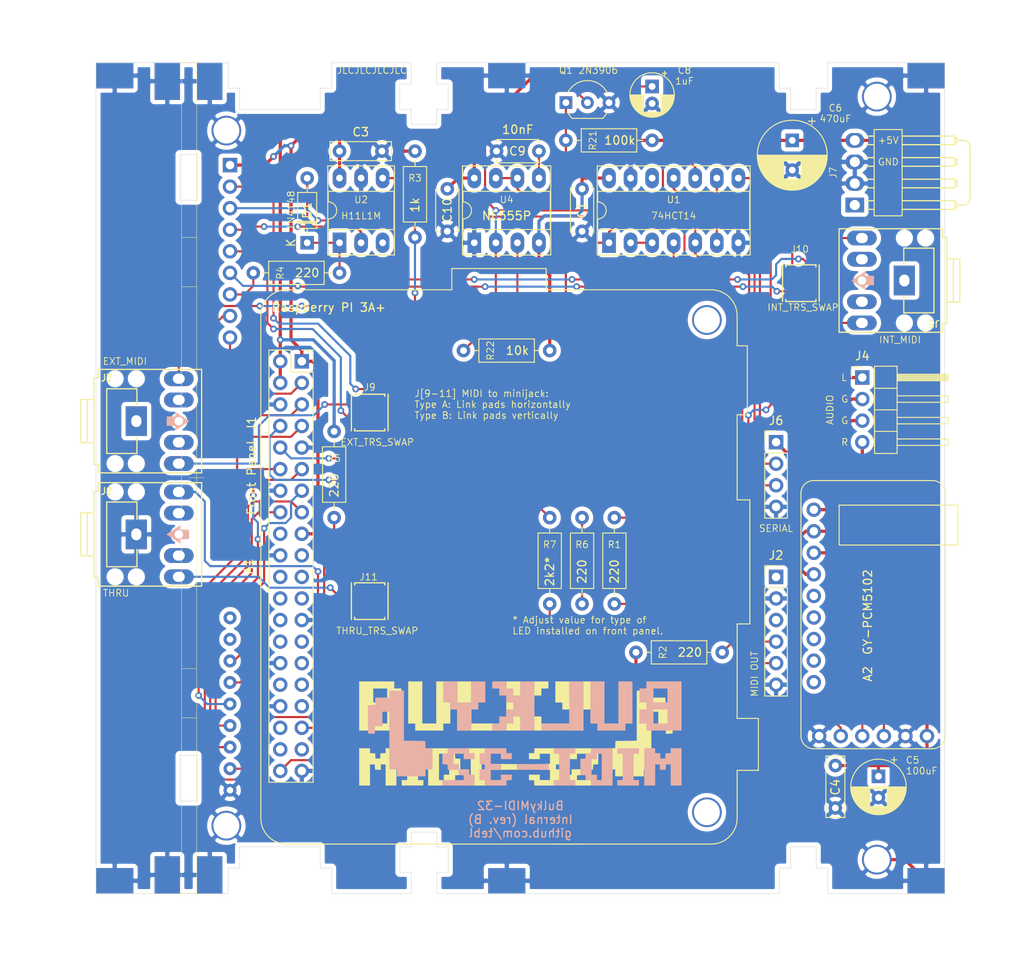
<source format=kicad_pcb>
(kicad_pcb (version 20171130) (host pcbnew "(5.1.8)-1")
  (layers (0 F.Cu signal) (31 B.Cu signal) (34 B.Paste user) (35 F.Paste user) (36 B.SilkS user) (37 F.SilkS user) (38 B.Mask user) (39 F.Mask user) (44 Edge.Cuts user))
  (net 0 "")
  (net 1 GND)
  (net 2 +5V)
  (net 3 I2S_BCLK)
  (net 4 I2S_DATA)
  (net 5 I2S_LRCLK)
  (net 6 +3V3)
  (net 7 "Net-(D1-Pad1)")
  (net 8 I2C_SCL)
  (net 9 I2C_SDA)
  (net 10 SW_ENC)
  (net 11 SW_SYNTH)
  (net 12 SW_ROM)
  (net 13 SW_UP)
  (net 14 SW_DOWN)
  (net 15 "Net-(J2-Pad5)")
  (net 16 "Net-(J2-Pad4)")
  (net 17 /RIGHT)
  (net 18 /LEFT)
  (net 19 PI_RX)
  (net 20 PI_TX)
  (net 21 "Net-(R1-Pad2)")
  (net 22 "Net-(R6-Pad1)")
  (net 23 "Net-(U1-Pad2)")
  (net 24 /AGND)
  (net 25 MIDI_SINK)
  (net 26 MIDI_SOURCE)
  (net 27 INT_SOURCE)
  (net 28 INT_SINK)
  (net 29 THRU_SOURCE)
  (net 30 THRU_SINK)
  (net 31 EXT_SOURCE)
  (net 32 EXT_SINK)
  (net 33 "Net-(J3-Pad2)")
  (net 34 "Net-(J3-Pad5)")
  (net 35 "Net-(J10-Pad2a)")
  (net 36 "Net-(J10-Pad1a)")
  (net 37 "Net-(J11-Pad1a)")
  (net 38 "Net-(J11-Pad2a)")
  (net 39 "Net-(C8-Pad1)")
  (net 40 "Net-(C9-Pad2)")
  (net 41 LED_OUT)
  (net 42 LED_DATA)
  (net 43 "Net-(R7-Pad1)")
  (net 44 MIDI_THRUn)
  (module audio_jack:PJ-307_IN (layer F.Cu) (at 195.250999 77.764 270)
    (fp_text reference J5 (at 5.08 -5.08 180 unlocked) (layer F.SilkS) (effects (font (size 0.8 0.8))))
    (fp_text value INT_MIDI (at 6.985 -1.084001 180) (layer F.SilkS) (effects (font (size 0.8 0.8) (thickness 0.1))))
    (pad "" np_thru_hole circle (at 0 3.41 270) (size 1 1) (drill 1) (layers *.Cu *.Mask))
    (pad "" np_thru_hole circle (at 5 -4.096 270) (size 1 1) (drill 1) (layers *.Cu *.Mask))
    (pad "" np_thru_hole circle (at 5 -1.596 270) (size 1 1) (drill 1) (layers *.Cu *.Mask))
    (pad "" np_thru_hole circle (at -5 -1.596 270) (size 1 1) (drill 1) (layers *.Cu *.Mask))
    (pad "" np_thru_hole circle (at -5 -4.096 270) (size 1 1) (drill 1) (layers *.Cu *.Mask))
    (pad 4 thru_hole oval (at -2.5 3.41 270) (size 1.75 3.5) (drill oval 1.2 1.4) (layers *.Cu *.Mask))
    (pad 3 thru_hole oval (at 2.5 3.41 270) (size 1.75 3.5) (drill oval 1.2 1.4) (layers *.Cu *.Mask))
    (pad 5 thru_hole oval (at -5 3.41 270) (size 1.75 3.5) (drill oval 1.2 1.4) (layers *.Cu *.Mask) (net 35 "Net-(J10-Pad2a)"))
    (pad 2 thru_hole oval (at 5 3.41 270) (size 1.75 3.5) (drill oval 1.2 1.4) (layers *.Cu *.Mask) (net 36 "Net-(J10-Pad1a)"))
    (pad 1 thru_hole rect (at 0 -1.596 270) (size 3.5 2.5) (drill oval 1.4 1.2) (layers *.Cu *.Mask))
  )
  (module audio_jack:PJ-307_OUT (layer F.Cu) (at 107.949001 107.675 90)
    (fp_text reference J8 (at 5.08 -5.08 unlocked) (layer F.SilkS) (effects (font (size 0.8 0.8))))
    (fp_text value THRU (at -6.919 -5.594001 180) (layer F.SilkS) (effects (font (size 0.8 0.8) (thickness 0.1)) (justify left)))
    (pad "" np_thru_hole circle (at 0 3.41 90) (size 1 1) (drill 1) (layers *.Cu *.Mask))
    (pad "" np_thru_hole circle (at 5 -4.096 90) (size 1 1) (drill 1) (layers *.Cu *.Mask))
    (pad "" np_thru_hole circle (at 5 -1.596 90) (size 1 1) (drill 1) (layers *.Cu *.Mask))
    (pad "" np_thru_hole circle (at -5 -1.596 90) (size 1 1) (drill 1) (layers *.Cu *.Mask))
    (pad "" np_thru_hole circle (at -5 -4.096 90) (size 1 1) (drill 1) (layers *.Cu *.Mask))
    (pad 4 thru_hole oval (at -2.5 3.41 90) (size 1.75 3.5) (drill oval 1.2 1.4) (layers *.Cu *.Mask))
    (pad 3 thru_hole oval (at 2.5 3.41 90) (size 1.75 3.5) (drill oval 1.2 1.4) (layers *.Cu *.Mask))
    (pad 5 thru_hole oval (at -5 3.41 90) (size 1.75 3.5) (drill oval 1.2 1.4) (layers *.Cu *.Mask) (net 38 "Net-(J11-Pad2a)"))
    (pad 2 thru_hole oval (at 5 3.41 90) (size 1.75 3.5) (drill oval 1.2 1.4) (layers *.Cu *.Mask) (net 37 "Net-(J11-Pad1a)"))
    (pad 1 thru_hole rect (at 0 -1.596 90) (size 3.5 2.5) (drill oval 1.4 1.2) (layers *.Cu *.Mask) (net 1 GND))
  )
  (module audio_jack:PJ-307_IN (layer F.Cu) (at 107.949001 94.335 90)
    (fp_text reference J3 (at 5.08 -5.08 unlocked) (layer F.SilkS) (effects (font (size 0.8 0.8))))
    (fp_text value EXT_MIDI (at 7.046 -5.594001 180) (layer F.SilkS) (effects (font (size 0.8 0.8) (thickness 0.1)) (justify left)))
    (pad "" np_thru_hole circle (at 0 3.41 90) (size 1 1) (drill 1) (layers *.Cu *.Mask))
    (pad "" np_thru_hole circle (at 5 -4.096 90) (size 1 1) (drill 1) (layers *.Cu *.Mask))
    (pad "" np_thru_hole circle (at 5 -1.596 90) (size 1 1) (drill 1) (layers *.Cu *.Mask))
    (pad "" np_thru_hole circle (at -5 -1.596 90) (size 1 1) (drill 1) (layers *.Cu *.Mask))
    (pad "" np_thru_hole circle (at -5 -4.096 90) (size 1 1) (drill 1) (layers *.Cu *.Mask))
    (pad 4 thru_hole oval (at -2.5 3.41 90) (size 1.75 3.5) (drill oval 1.2 1.4) (layers *.Cu *.Mask))
    (pad 3 thru_hole oval (at 2.5 3.41 90) (size 1.75 3.5) (drill oval 1.2 1.4) (layers *.Cu *.Mask))
    (pad 5 thru_hole oval (at -5 3.41 90) (size 1.75 3.5) (drill oval 1.2 1.4) (layers *.Cu *.Mask) (net 34 "Net-(J3-Pad5)"))
    (pad 2 thru_hole oval (at 5 3.41 90) (size 1.75 3.5) (drill oval 1.2 1.4) (layers *.Cu *.Mask) (net 33 "Net-(J3-Pad2)"))
    (pad 1 thru_hole rect (at 0 -1.596 90) (size 3.5 2.5) (drill oval 1.4 1.2) (layers *.Cu *.Mask))
  )
  (module artwork:BulkyMIDI-32_8bit (layer B.Cu) (at 151.6 131.104 180)
    (fp_text reference G*** hide)
    (fp_text value LOGO hide)
  )
  (module artwork:BulkyMIDI-32_8bit (layer F.Cu) (at 151.6 131.104)
    (fp_text reference G*** hide)
    (fp_text value LOGO hide)
  )
  (module resistor:R_Axial_DIN0207_L6.3mm_D2.5mm_P10.16mm_Horizontal (layer F.Cu) (at 144.9 86.019)
    (fp_text reference R22 (at 3.175 0 90) (layer F.SilkS) (effects (font (size 0.8 0.8) (thickness 0.1))))
    (fp_text value 10k (at 6.35 0) (layer F.SilkS))
    (pad 2 thru_hole oval (at 10.16 0) (size 1.6 1.6) (drill 0.8) (layers *.Cu *.Mask) (net 2 +5V))
    (pad 1 thru_hole circle (at 0 0) (size 1.6 1.6) (drill 0.8) (layers *.Cu *.Mask) (net 42 LED_DATA))
  )
  (module resistor:R_Axial_DIN0207_L6.3mm_D2.5mm_P10.16mm_Horizontal (layer F.Cu) (at 156.965 61.254)
    (fp_text reference R21 (at 3.175 0 90) (layer F.SilkS) (effects (font (size 0.8 0.8) (thickness 0.1))))
    (fp_text value 100k (at 6.35 0) (layer F.SilkS))
    (pad 2 thru_hole oval (at 10.16 0) (size 1.6 1.6) (drill 0.8) (layers *.Cu *.Mask) (net 2 +5V))
    (pad 1 thru_hole circle (at 0 0) (size 1.6 1.6) (drill 0.8) (layers *.Cu *.Mask) (net 39 "Net-(C8-Pad1)"))
  )
  (module resistor:R_Axial_DIN0207_L6.3mm_D2.5mm_P10.16mm_Horizontal (layer F.Cu) (at 158.87 105.704 270)
    (fp_text reference R6 (at 3.175 0) (layer F.SilkS) (effects (font (size 0.8 0.8) (thickness 0.1))))
    (fp_text value 220 (at 6.35 0 90) (layer F.SilkS))
    (pad 2 thru_hole oval (at 10.16 0 270) (size 1.6 1.6) (drill 0.8) (layers *.Cu *.Mask) (net 30 THRU_SINK))
    (pad 1 thru_hole circle (at 0 0 270) (size 1.6 1.6) (drill 0.8) (layers *.Cu *.Mask) (net 22 "Net-(R6-Pad1)"))
  )
  (module solder_bridge:select_swappable (layer F.Cu) (at 134.74 94.274 180)
    (fp_text reference J9 hide)
    (fp_text value EXT_TRS_SWAP (at 0 -2.54 180) (layer F.SilkS) (effects (font (size 0.8 0.8) (thickness 0.1))))
    (fp_text user %R (at 0.889 3.937 180) (layer F.SilkS) (effects (font (size 0.8 0.8) (thickness 0.1))))
    (pad 2a smd oval (at 1.905 1.905 180) (size 1.5 1.5) (layers F.Cu F.Paste F.Mask) (net 34 "Net-(J3-Pad5)"))
    (pad 1b smd oval (at 1.905 0 180) (size 1.5 1.5) (layers F.Cu F.Paste F.Mask) (net 31 EXT_SOURCE))
    (pad 2b smd rect (at 0 1.905 180) (size 1.5 1.5) (layers F.Cu F.Paste F.Mask) (net 32 EXT_SINK))
    (pad 1a smd rect (at 0 0 180) (size 1.5 1.5) (layers F.Cu F.Paste F.Mask) (net 33 "Net-(J3-Pad2)"))
  )
  (module solder_bridge:select_swappable (layer F.Cu) (at 185.54 79.034 180)
    (fp_text reference J10 hide)
    (fp_text value INT_TRS_SWAP (at 0.635 -1.905 180) (layer F.SilkS) (effects (font (size 0.8 0.8) (thickness 0.1))))
    (fp_text user %R (at 1.016 4.953 180) (layer F.SilkS) (effects (font (size 0.8 0.8) (thickness 0.1))))
    (pad 2a smd oval (at 1.905 1.905 180) (size 1.5 1.5) (layers F.Cu F.Paste F.Mask) (net 35 "Net-(J10-Pad2a)"))
    (pad 1b smd oval (at 1.905 0 180) (size 1.5 1.5) (layers F.Cu F.Paste F.Mask) (net 27 INT_SOURCE))
    (pad 2b smd rect (at 0 1.905 180) (size 1.5 1.5) (layers F.Cu F.Paste F.Mask) (net 28 INT_SINK))
    (pad 1a smd rect (at 0 0 180) (size 1.5 1.5) (layers F.Cu F.Paste F.Mask) (net 36 "Net-(J10-Pad1a)"))
  )
  (module solder_bridge:select_swappable (layer F.Cu) (at 134.74 116.499 180)
    (fp_text reference J11 hide)
    (fp_text value THRU_TRS_SWAP (at 0 -2.54 180) (layer F.SilkS) (effects (font (size 0.8 0.8) (thickness 0.1))))
    (fp_text user %R (at 1.016 3.81 180) (layer F.SilkS) (effects (font (size 0.8 0.8) (thickness 0.1))))
    (pad 2a smd oval (at 1.905 1.905 180) (size 1.5 1.5) (layers F.Cu F.Paste F.Mask) (net 38 "Net-(J11-Pad2a)"))
    (pad 1b smd oval (at 1.905 0 180) (size 1.5 1.5) (layers F.Cu F.Paste F.Mask) (net 29 THRU_SOURCE))
    (pad 2b smd rect (at 0 1.905 180) (size 1.5 1.5) (layers F.Cu F.Paste F.Mask) (net 30 THRU_SINK))
    (pad 1a smd rect (at 0 0 180) (size 1.5 1.5) (layers F.Cu F.Paste F.Mask) (net 37 "Net-(J11-Pad1a)"))
  )
  (module RPI:Raspberry_Pi_3A_Socketed_THT_FaceDown_MountingHoles (layer F.Cu) (at 125.85 87.289)
    (fp_text reference A1 (at -6.27 24.13 90) (layer F.SilkS))
    (fp_text value "Raspberry PI 3A+" (at 3.175 -6.35) (layer F.SilkS))
    (pad 6 thru_hole oval (at -2.54 5.08) (size 1.7 1.7) (drill 1) (layers *.Cu *.Mask) (net 1 GND))
    (pad 3 thru_hole oval (at 0 2.54) (size 1.7 1.7) (drill 1) (layers *.Cu *.Mask) (net 9 I2C_SDA))
    (pad 15 thru_hole oval (at 0 17.78) (size 1.7 1.7) (drill 1) (layers *.Cu *.Mask) (net 14 SW_DOWN))
    (pad 16 thru_hole oval (at -2.54 17.78) (size 1.7 1.7) (drill 1) (layers *.Cu *.Mask) (net 13 SW_UP))
    (pad 4 thru_hole oval (at -2.54 2.54) (size 1.7 1.7) (drill 1) (layers *.Cu *.Mask) (net 2 +5V))
    (pad 5 thru_hole oval (at 0 5.08) (size 1.7 1.7) (drill 1) (layers *.Cu *.Mask) (net 8 I2C_SCL))
    (pad 2 thru_hole oval (at -2.54 0) (size 1.7 1.7) (drill 1) (layers *.Cu *.Mask) (net 2 +5V))
    (pad 1 thru_hole rect (at 0 0) (size 1.7 1.7) (drill 1) (layers *.Cu *.Mask) (net 6 +3V3))
    (pad 23 thru_hole oval (at 0 27.94) (size 1.7 1.7) (drill 1) (layers *.Cu *.Mask))
    (pad 24 thru_hole oval (at -2.54 27.94) (size 1.7 1.7) (drill 1) (layers *.Cu *.Mask))
    (pad 11 thru_hole oval (at 0 12.7) (size 1.7 1.7) (drill 1) (layers *.Cu *.Mask) (net 11 SW_SYNTH))
    (pad 12 thru_hole oval (at -2.54 12.7) (size 1.7 1.7) (drill 1) (layers *.Cu *.Mask) (net 3 I2S_BCLK))
    (pad 27 thru_hole oval (at 0 33.02) (size 1.7 1.7) (drill 1) (layers *.Cu *.Mask))
    (pad 28 thru_hole oval (at -2.54 33.02) (size 1.7 1.7) (drill 1) (layers *.Cu *.Mask))
    (pad 13 thru_hole oval (at 0 15.24) (size 1.7 1.7) (drill 1) (layers *.Cu *.Mask) (net 12 SW_ROM))
    (pad 14 thru_hole oval (at -2.54 15.24) (size 1.7 1.7) (drill 1) (layers *.Cu *.Mask) (net 1 GND))
    (pad 9 thru_hole oval (at 0 10.16) (size 1.7 1.7) (drill 1) (layers *.Cu *.Mask) (net 1 GND))
    (pad 10 thru_hole oval (at -2.54 10.16) (size 1.7 1.7) (drill 1) (layers *.Cu *.Mask) (net 19 PI_RX))
    (pad 19 thru_hole oval (at 0 22.86) (size 1.7 1.7) (drill 1) (layers *.Cu *.Mask))
    (pad 20 thru_hole oval (at -2.54 22.86) (size 1.7 1.7) (drill 1) (layers *.Cu *.Mask) (net 1 GND))
    (pad 37 thru_hole oval (at 0 45.72) (size 1.7 1.7) (drill 1) (layers *.Cu *.Mask))
    (pad 38 thru_hole oval (at -2.54 45.72) (size 1.7 1.7) (drill 1) (layers *.Cu *.Mask))
    (pad 33 thru_hole oval (at 0 40.64) (size 1.7 1.7) (drill 1) (layers *.Cu *.Mask))
    (pad 34 thru_hole oval (at -2.54 40.64) (size 1.7 1.7) (drill 1) (layers *.Cu *.Mask) (net 1 GND))
    (pad 35 thru_hole oval (at 0 43.18) (size 1.7 1.7) (drill 1) (layers *.Cu *.Mask) (net 5 I2S_LRCLK))
    (pad 36 thru_hole oval (at -2.54 43.18) (size 1.7 1.7) (drill 1) (layers *.Cu *.Mask))
    (pad 17 thru_hole oval (at 0 20.32) (size 1.7 1.7) (drill 1) (layers *.Cu *.Mask) (net 6 +3V3))
    (pad 18 thru_hole oval (at -2.54 20.32) (size 1.7 1.7) (drill 1) (layers *.Cu *.Mask))
    (pad 31 thru_hole oval (at 0 38.1) (size 1.7 1.7) (drill 1) (layers *.Cu *.Mask))
    (pad 32 thru_hole oval (at -2.54 38.1) (size 1.7 1.7) (drill 1) (layers *.Cu *.Mask))
    (pad 7 thru_hole oval (at 0 7.62) (size 1.7 1.7) (drill 1) (layers *.Cu *.Mask) (net 10 SW_ENC))
    (pad 8 thru_hole oval (at -2.54 7.62) (size 1.7 1.7) (drill 1) (layers *.Cu *.Mask) (net 20 PI_TX))
    (pad 29 thru_hole oval (at 0 35.56) (size 1.7 1.7) (drill 1) (layers *.Cu *.Mask))
    (pad 30 thru_hole oval (at -2.54 35.56) (size 1.7 1.7) (drill 1) (layers *.Cu *.Mask) (net 1 GND))
    (pad 21 thru_hole oval (at 0 25.4) (size 1.7 1.7) (drill 1) (layers *.Cu *.Mask))
    (pad 22 thru_hole oval (at -2.54 25.4) (size 1.7 1.7) (drill 1) (layers *.Cu *.Mask))
    (pad 25 thru_hole oval (at 0 30.48) (size 1.7 1.7) (drill 1) (layers *.Cu *.Mask) (net 1 GND))
    (pad 26 thru_hole oval (at -2.54 30.48) (size 1.7 1.7) (drill 1) (layers *.Cu *.Mask))
    (pad 39 thru_hole oval (at 0 48.26) (size 1.7 1.7) (drill 1) (layers *.Cu *.Mask) (net 1 GND))
    (pad 40 thru_hole oval (at -2.54 48.26) (size 1.7 1.7) (drill 1) (layers *.Cu *.Mask) (net 4 I2S_DATA))
    (pad "" np_thru_hole circle (at 47.73 53.13 90) (size 3.5 3.5) (drill 3.048) (layers *.Cu *.Mask))
    (pad "" np_thru_hole circle (at 47.73 -4.87 90) (size 3.5 3.5) (drill 3.048) (layers *.Cu *.Mask))
  )
  (module resistor:R_Axial_DIN0207_L6.3mm_D2.5mm_P10.16mm_Horizontal (layer F.Cu) (at 162.68 115.864 90)
    (fp_text reference R1 (at 6.985 0) (layer F.SilkS) (effects (font (size 0.8 0.8) (thickness 0.1))))
    (fp_text value 220 (at 3.81 0 90) (layer F.SilkS))
    (pad 2 thru_hole oval (at 10.16 0 90) (size 1.6 1.6) (drill 0.8) (layers *.Cu *.Mask) (net 21 "Net-(R1-Pad2)"))
    (pad 1 thru_hole circle (at 0 0 90) (size 1.6 1.6) (drill 0.8) (layers *.Cu *.Mask) (net 15 "Net-(J2-Pad5)"))
  )
  (module resistor:R_Axial_DIN0207_L6.3mm_D2.5mm_P10.16mm_Horizontal (layer F.Cu) (at 165.22 121.579)
    (fp_text reference R2 (at 3.175 0 90) (layer F.SilkS) (effects (font (size 0.8 0.8) (thickness 0.1))))
    (fp_text value 220 (at 6.35 0) (layer F.SilkS))
    (pad 2 thru_hole oval (at 10.16 0) (size 1.6 1.6) (drill 0.8) (layers *.Cu *.Mask) (net 16 "Net-(J2-Pad4)"))
    (pad 1 thru_hole circle (at 0 0) (size 1.6 1.6) (drill 0.8) (layers *.Cu *.Mask) (net 2 +5V))
  )
  (module resistor:R_Axial_DIN0207_L6.3mm_D2.5mm_P10.16mm_Horizontal (layer F.Cu) (at 139.185 62.524 270)
    (fp_text reference R3 (at 3.175 0) (layer F.SilkS) (effects (font (size 0.8 0.8) (thickness 0.1))))
    (fp_text value 1k (at 6.35 0 90) (layer F.SilkS))
    (pad 2 thru_hole oval (at 10.16 0 270) (size 1.6 1.6) (drill 0.8) (layers *.Cu *.Mask) (net 19 PI_RX))
    (pad 1 thru_hole circle (at 0 0 270) (size 1.6 1.6) (drill 0.8) (layers *.Cu *.Mask) (net 6 +3V3))
  )
  (module resistor:R_Axial_DIN0207_L6.3mm_D2.5mm_P10.16mm_Horizontal (layer F.Cu) (at 120.135 76.865)
    (fp_text reference R4 (at 3.175 0 90) (layer F.SilkS) (effects (font (size 0.8 0.8) (thickness 0.1))))
    (fp_text value 220 (at 6.35 0) (layer F.SilkS))
    (pad 2 thru_hole oval (at 10.16 0) (size 1.6 1.6) (drill 0.8) (layers *.Cu *.Mask) (net 7 "Net-(D1-Pad1)"))
    (pad 1 thru_hole circle (at 0 0) (size 1.6 1.6) (drill 0.8) (layers *.Cu *.Mask) (net 26 MIDI_SOURCE))
  )
  (module resistor:R_Axial_DIN0207_L6.3mm_D2.5mm_P10.16mm_Horizontal (layer F.Cu) (at 129.66 95.544 270)
    (fp_text reference R5 (at 3.175 0) (layer F.SilkS) (effects (font (size 0.8 0.8) (thickness 0.1))))
    (fp_text value 220 (at 6.35 0 90) (layer F.SilkS))
    (pad 2 thru_hole oval (at 10.16 0 270) (size 1.6 1.6) (drill 0.8) (layers *.Cu *.Mask) (net 29 THRU_SOURCE))
    (pad 1 thru_hole circle (at 0 0 270) (size 1.6 1.6) (drill 0.8) (layers *.Cu *.Mask) (net 2 +5V))
  )
  (module resistor:R_Axial_DIN0207_L6.3mm_D2.5mm_P10.16mm_Horizontal (layer F.Cu) (at 155.06 105.704 270)
    (fp_text reference R7 (at 3.175 0) (layer F.SilkS) (effects (font (size 0.8 0.8) (thickness 0.1))))
    (fp_text value 2k2* (at 6.35 0 90) (layer F.SilkS))
    (pad 2 thru_hole oval (at 10.16 0 270) (size 1.6 1.6) (drill 0.8) (layers *.Cu *.Mask) (net 41 LED_OUT))
    (pad 1 thru_hole circle (at 0 0 270) (size 1.6 1.6) (drill 0.8) (layers *.Cu *.Mask) (net 43 "Net-(R7-Pad1)"))
  )
  (module BulkyMIDI-32:GY-PCM5102 (layer F.Cu) (at 193.16 117.134 90)
    (fp_text reference A2 (at -6.985 -0.635 90) (layer F.SilkS))
    (fp_text value GY-PCM5102 (at 0.3 -0.635 90) (layer F.SilkS))
    (pad 6 thru_hole circle (at -14.305 6.35 90) (size 1.7 1.7) (drill 1) (layers *.Cu *.Mask) (net 2 +5V))
    (pad 5 thru_hole circle (at -14.305 3.81 90) (size 1.7 1.7) (drill 1) (layers *.Cu *.Mask) (net 1 GND))
    (pad 4 thru_hole circle (at -14.305 1.27 90) (size 1.7 1.7) (drill 1) (layers *.Cu *.Mask) (net 5 I2S_LRCLK))
    (pad 3 thru_hole circle (at -14.305 -1.27 90) (size 1.7 1.7) (drill 1) (layers *.Cu *.Mask) (net 4 I2S_DATA))
    (pad 2 thru_hole circle (at -14.305 -3.81 90) (size 1.7 1.7) (drill 1) (layers *.Cu *.Mask) (net 3 I2S_BCLK))
    (pad 1 thru_hole circle (at -14.305 -6.35 90) (size 1.7 1.7) (drill 1) (layers *.Cu *.Mask) (net 1 GND))
    (pad 7 thru_hole circle (at 12.365 -6.985 90) (size 1.7 1.7) (drill 1) (layers *.Cu *.Mask) (net 18 /LEFT))
    (pad 8 thru_hole circle (at 9.825 -6.985 90) (size 1.7 1.7) (drill 1) (layers *.Cu *.Mask) (net 24 /AGND))
    (pad 9 thru_hole circle (at 7.285 -6.985 90) (size 1.7 1.7) (drill 1) (layers *.Cu *.Mask) (net 17 /RIGHT))
    (pad 10 thru_hole circle (at 4.745 -6.985 90) (size 1.7 1.7) (drill 1) (layers *.Cu *.Mask) (net 24 /AGND))
    (pad 11 thru_hole circle (at 2.205 -6.985 90) (size 1.7 1.7) (drill 1) (layers *.Cu *.Mask))
    (pad 12 thru_hole circle (at -0.335 -6.985 90) (size 1.7 1.7) (drill 1) (layers *.Cu *.Mask))
    (pad 13 thru_hole circle (at -2.875 -6.985 90) (size 1.7 1.7) (drill 1) (layers *.Cu *.Mask))
    (pad 14 thru_hole circle (at -5.415 -6.985 90) (size 1.7 1.7) (drill 1) (layers *.Cu *.Mask))
    (pad 15 thru_hole circle (at -7.955 -6.985 90) (size 1.7 1.7) (drill 1) (layers *.Cu *.Mask))
  )
  (module BulkyMIDI-32:Internal_Panel (layer F.Cu) (at 117.3918 100.995 270)
    (fp_text reference J1 (at -6.35 -2.54 90) (layer F.SilkS))
    (fp_text value "Front Panel" (at 0 -2.54 270) (layer F.SilkS))
    (pad 30 thru_hole circle (at 36.83 0 270) (size 1.524 1.524) (drill 0.762) (layers *.Cu *.Mask) (net 1 GND))
    (pad 29 thru_hole circle (at 34.29 0 270) (size 1.524 1.524) (drill 0.762) (layers *.Cu *.Mask) (net 41 LED_OUT))
    (pad 28 thru_hole circle (at 31.75 0 270) (size 1.524 1.524) (drill 0.762) (layers *.Cu *.Mask) (net 14 SW_DOWN))
    (pad 27 thru_hole circle (at 29.21 0 270) (size 1.524 1.524) (drill 0.762) (layers *.Cu *.Mask) (net 13 SW_UP))
    (pad 26 thru_hole circle (at 26.67 0 270) (size 1.524 1.524) (drill 0.762) (layers *.Cu *.Mask) (net 10 SW_ENC))
    (pad 25 thru_hole circle (at 24.13 0 270) (size 1.524 1.524) (drill 0.762) (layers *.Cu *.Mask) (net 12 SW_ROM))
    (pad 24 thru_hole circle (at 21.59 0 270) (size 1.524 1.524) (drill 0.762) (layers *.Cu *.Mask) (net 11 SW_SYNTH))
    (pad 23 thru_hole circle (at 19.05 0 270) (size 1.524 1.524) (drill 0.762) (layers *.Cu *.Mask))
    (pad 22 thru_hole circle (at 16.51 0 270) (size 1.524 1.524) (drill 0.762) (layers *.Cu *.Mask))
    (pad 9 thru_hole oval (at -16.51 0 270) (size 1.7 1.7) (drill 1) (layers *.Cu *.Mask) (net 9 I2C_SDA))
    (pad 8 thru_hole oval (at -19.05 0 270) (size 1.7 1.7) (drill 1) (layers *.Cu *.Mask) (net 8 I2C_SCL))
    (pad 7 thru_hole oval (at -21.59 0 270) (size 1.7 1.7) (drill 1) (layers *.Cu *.Mask) (net 26 MIDI_SOURCE))
    (pad 6 thru_hole oval (at -24.13 0 270) (size 1.7 1.7) (drill 1) (layers *.Cu *.Mask) (net 27 INT_SOURCE))
    (pad 5 thru_hole oval (at -26.67 0 270) (size 1.7 1.7) (drill 1) (layers *.Cu *.Mask) (net 31 EXT_SOURCE))
    (pad 1 thru_hole rect (at -36.83 0 270) (size 1.7 1.7) (drill 1) (layers *.Cu *.Mask) (net 6 +3V3))
    (pad 2 thru_hole oval (at -34.29 0 270) (size 1.7 1.7) (drill 1) (layers *.Cu *.Mask) (net 32 EXT_SINK))
    (pad 3 thru_hole oval (at -31.75 0 270) (size 1.7 1.7) (drill 1) (layers *.Cu *.Mask) (net 28 INT_SINK))
    (pad 4 thru_hole oval (at -29.21 0 270) (size 1.7 1.7) (drill 1) (layers *.Cu *.Mask) (net 25 MIDI_SINK))
  )
  (module mounting:M3_pin (layer F.Cu) (at 116.96 60.1)
    (fp_text reference M1 hide)
    (fp_text value Mounting_Pin hide)
    (pad 1 thru_hole circle (at 0 0) (size 3.5 3.5) (drill 3.048) (layers *.Cu *.Mask) (net 1 GND))
  )
  (module mounting:M3_pin (layer F.Cu) (at 116.96 142)
    (fp_text reference M2 hide)
    (fp_text value Mounting_Pin hide)
    (pad 1 thru_hole circle (at 0 0) (size 3.5 3.5) (drill 3.048) (layers *.Cu *.Mask) (net 1 GND))
  )
  (module mounting:M3_pin (layer F.Cu) (at 193.6 146)
    (fp_text reference M3 hide)
    (fp_text value Mounting_Pin hide)
    (pad 1 thru_hole circle (at 0 0) (size 3.5 3.5) (drill 3.048) (layers *.Cu *.Mask) (net 1 GND))
  )
  (module mounting:M3_pin (layer F.Cu) (at 193.6 56.1)
    (fp_text reference M16 hide)
    (fp_text value Mounting_Pin hide)
    (pad 1 thru_hole circle (at 0 0) (size 3.5 3.5) (drill 3.048) (layers *.Cu *.Mask) (net 1 GND))
  )
  (module RetroPanel:Molex_KK-254_1x04_P2.54mm_Horizontal (layer F.Cu) (at 191.001 68.874 90)
    (fp_text reference J7 (at 3.81 -2.54 90) (layer F.SilkS) (effects (font (size 0.8 0.8) (thickness 0.1))))
    (fp_text value POWER)
    (pad 1 thru_hole rect (at 0 0 90) (size 1.74 2.2) (drill 1.2) (layers *.Cu *.Mask))
    (pad 2 thru_hole oval (at 2.54 0 90) (size 1.74 2.2) (drill 1.2) (layers *.Cu *.Mask) (net 1 GND))
    (pad 3 thru_hole oval (at 5.08 0 90) (size 1.74 2.2) (drill 1.2) (layers *.Cu *.Mask) (net 1 GND))
    (pad 4 thru_hole oval (at 7.62 0 90) (size 1.74 2.2) (drill 1.2) (layers *.Cu *.Mask) (net 2 +5V))
  )
  (module Capacitor_THT:C_Rect_L7.0mm_W2.0mm_P5.00mm (layer F.Cu) (at 130.295 62.524)
    (fp_text reference C3 (at 2.5 -2.25) (layer F.SilkS))
    (fp_text value 100nF)
    (pad 1 thru_hole circle (at 0 0) (size 1.6 1.6) (drill 0.8) (layers *.Cu *.Mask) (net 6 +3V3))
    (pad 2 thru_hole circle (at 5 0) (size 1.6 1.6) (drill 0.8) (layers *.Cu *.Mask) (net 1 GND))
  )
  (module Capacitor_THT:C_Rect_L7.0mm_W2.0mm_P5.00mm (layer F.Cu) (at 188.715 134.914 270)
    (fp_text reference C4 (at 2.54 0 90) (layer F.SilkS))
    (fp_text value 100nF)
    (pad 1 thru_hole circle (at 0 0 270) (size 1.6 1.6) (drill 0.8) (layers *.Cu *.Mask) (net 2 +5V))
    (pad 2 thru_hole circle (at 5 0 270) (size 1.6 1.6) (drill 0.8) (layers *.Cu *.Mask) (net 1 GND))
  )
  (module Capacitor_THT:CP_Radial_D6.3mm_P2.50mm (layer F.Cu) (at 193.795 136.184 270)
    (fp_text reference C5 (at -1.905 -3.175) (layer F.SilkS) (effects (font (size 0.8 0.8) (thickness 0.1)) (justify left)))
    (fp_text value 100uF (at -0.635 -3.175) (layer F.SilkS) (effects (font (size 0.8 0.8) (thickness 0.1)) (justify left)))
    (pad 1 thru_hole rect (at 0 0 270) (size 1.6 1.6) (drill 0.8) (layers *.Cu *.Mask) (net 2 +5V))
    (pad 2 thru_hole circle (at 2.5 0 270) (size 1.6 1.6) (drill 0.8) (layers *.Cu *.Mask) (net 1 GND))
  )
  (module Capacitor_THT:CP_Radial_D8.0mm_P3.50mm (layer F.Cu) (at 183.635 61.254 270)
    (fp_text reference C6 (at -3.81 -5.08 180) (layer F.SilkS) (effects (font (size 0.8 0.8) (thickness 0.1))))
    (fp_text value 470uF (at -2.54 -5.08 180) (layer F.SilkS) (effects (font (size 0.8 0.8) (thickness 0.1))))
    (pad 1 thru_hole rect (at 0 0 270) (size 1.6 1.6) (drill 0.8) (layers *.Cu *.Mask) (net 2 +5V))
    (pad 2 thru_hole circle (at 3.5 0 270) (size 1.6 1.6) (drill 0.8) (layers *.Cu *.Mask) (net 1 GND))
  )
  (module Diode_THT:D_DO-35_SOD27_P7.62mm_Horizontal (layer F.Cu) (at 126.485 73.319 90)
    (fp_text reference D1 (at 3.81 0 90) (layer F.SilkS))
    (fp_text value 1N4148 (at 3.81 -1.905 90) (layer F.SilkS) (effects (font (size 0.8 0.8) (thickness 0.1))))
    (fp_text user K (at 0 -1.905 90) (layer F.SilkS))
    (pad 1 thru_hole rect (at 0 0 90) (size 1.6 1.6) (drill 0.8) (layers *.Cu *.Mask) (net 7 "Net-(D1-Pad1)"))
    (pad 2 thru_hole oval (at 7.62 0 90) (size 1.6 1.6) (drill 0.8) (layers *.Cu *.Mask) (net 25 MIDI_SINK))
  )
  (module Connector_PinHeader_2.54mm:PinHeader_1x04_P2.54mm_Horizontal (layer F.Cu) (at 191.89 89.194)
    (fp_text reference J4 (at 0 -2.54) (layer F.SilkS))
    (fp_text value AUDIO (at -3.81 3.81 90) (layer F.SilkS) (effects (font (size 0.8 0.8) (thickness 0.1))))
    (pad 4 thru_hole oval (at 0 7.62) (size 1.7 1.7) (drill 1) (layers *.Cu *.Mask) (net 17 /RIGHT))
    (pad 3 thru_hole oval (at 0 5.08) (size 1.7 1.7) (drill 1) (layers *.Cu *.Mask) (net 24 /AGND))
    (pad 2 thru_hole oval (at 0 2.54) (size 1.7 1.7) (drill 1) (layers *.Cu *.Mask) (net 24 /AGND))
    (pad 1 thru_hole rect (at 0 0) (size 1.7 1.7) (drill 1) (layers *.Cu *.Mask) (net 18 /LEFT))
  )
  (module mounting:Pad_pin (layer F.Cu) (at 110.0004 54.2844)
    (fp_text reference M5 hide)
    (fp_text value Mounting_Pad hide)
    (pad 1 smd rect (at 0 0) (size 3 4.4) (layers F.Cu F.Paste F.Mask) (net 1 GND))
    (pad 1 smd rect (at 0 0) (size 3 4.4) (layers B.Cu B.Paste B.Mask) (net 1 GND))
  )
  (module mounting:B.Pad_pin (layer F.Cu) (at 150 53.624 90)
    (fp_text reference M7 hide)
    (fp_text value Mounting_Pad hide)
    (pad 1 smd rect (at 0 0 90) (size 3 4.4) (layers B.Cu B.Paste B.Mask) (net 1 GND))
  )
  (module mounting:Pad_pin (layer F.Cu) (at 115.0042 147.8072)
    (fp_text reference M8 hide)
    (fp_text value Mounting_Pad hide)
    (pad 1 smd rect (at 0 0) (size 3 4.4) (layers B.Cu B.Paste B.Mask) (net 1 GND))
    (pad 1 smd rect (at 0 0) (size 3 4.4) (layers F.Cu F.Paste F.Mask) (net 1 GND))
  )
  (module mounting:Pad_pin (layer F.Cu) (at 110.0004 147.8072)
    (fp_text reference M9 hide)
    (fp_text value Mounting_Pad hide)
    (pad 1 smd rect (at 0 0) (size 3 4.4) (layers B.Cu B.Paste B.Mask) (net 1 GND))
    (pad 1 smd rect (at 0 0) (size 3 4.4) (layers F.Cu F.Paste F.Mask) (net 1 GND))
  )
  (module mounting:Pad_pin (layer F.Cu) (at 103.8028 148.493 90)
    (fp_text reference M10 hide)
    (fp_text value Mounting_Pad hide)
    (pad 1 smd rect (at 0 0 90) (size 3 4.4) (layers F.Cu F.Paste F.Mask) (net 1 GND))
    (pad 1 smd rect (at 0 0 90) (size 3 4.4) (layers B.Cu B.Paste B.Mask) (net 1 GND))
  )
  (module mounting:Pad_pin (layer F.Cu) (at 115.0042 54.2844)
    (fp_text reference M11 hide)
    (fp_text value Mounting_Pad hide)
    (pad 1 smd rect (at 0 0) (size 3 4.4) (layers F.Cu F.Paste F.Mask) (net 1 GND))
    (pad 1 smd rect (at 0 0) (size 3 4.4) (layers B.Cu B.Paste B.Mask) (net 1 GND))
  )
  (module mounting:Pad_pin (layer F.Cu) (at 199.4084 53.624 90)
    (fp_text reference M12 hide)
    (fp_text value Mounting_Pad hide)
    (pad 1 smd rect (at 0 0 90) (size 3 4.4) (layers B.Cu B.Paste B.Mask) (net 1 GND))
    (pad 1 smd rect (at 0 0 90) (size 3 4.4) (layers F.Cu F.Paste F.Mask) (net 1 GND))
  )
  (module mounting:Pad_pin (layer F.Cu) (at 199.4084 148.493 90)
    (fp_text reference M13 hide)
    (fp_text value Mounting_Pad hide)
    (pad 1 smd rect (at 0 0 90) (size 3 4.4) (layers B.Cu B.Paste B.Mask) (net 1 GND))
    (pad 1 smd rect (at 0 0 90) (size 3 4.4) (layers F.Cu F.Paste F.Mask) (net 1 GND))
  )
  (module mounting:B.Pad_pin (layer F.Cu) (at 150 148.493 90)
    (fp_text reference M14 hide)
    (fp_text value Mounting_Pad hide)
    (pad 1 smd rect (at 0 0 90) (size 3 4.4) (layers B.Cu B.Paste B.Mask) (net 1 GND))
  )
  (module mounting:Pad_pin (layer F.Cu) (at 103.8028 53.624 90)
    (fp_text reference M15 hide)
    (fp_text value Mounting_Pad hide)
    (pad 1 smd rect (at 0 0 90) (size 3 4.4) (layers F.Cu F.Paste F.Mask) (net 1 GND))
    (pad 1 smd rect (at 0 0 90) (size 3 4.4) (layers B.Cu B.Paste B.Mask) (net 1 GND))
  )
  (module Connector_PinHeader_2.54mm:PinHeader_1x06_P2.54mm_Vertical (layer F.Cu) (at 181.73 112.689)
    (fp_text reference J2 (at 0 -2.54) (layer F.SilkS))
    (fp_text value "MIDI OUT" (at -2.54 11.43 90) (layer F.SilkS) (effects (font (size 0.8 0.8) (thickness 0.1))))
    (pad 1 thru_hole rect (at 0 0) (size 1.7 1.7) (drill 1) (layers *.Cu *.Mask))
    (pad 2 thru_hole oval (at 0 2.54) (size 1.7 1.7) (drill 1) (layers *.Cu *.Mask) (net 1 GND))
    (pad 3 thru_hole oval (at 0 5.08) (size 1.7 1.7) (drill 1) (layers *.Cu *.Mask))
    (pad 4 thru_hole oval (at 0 7.62) (size 1.7 1.7) (drill 1) (layers *.Cu *.Mask) (net 16 "Net-(J2-Pad4)"))
    (pad 5 thru_hole oval (at 0 10.16) (size 1.7 1.7) (drill 1) (layers *.Cu *.Mask) (net 15 "Net-(J2-Pad5)"))
    (pad 6 thru_hole oval (at 0 12.7) (size 1.7 1.7) (drill 1) (layers *.Cu *.Mask) (net 1 GND))
  )
  (module Capacitor_THT:C_Disc_D5.0mm_W2.5mm_P5.00mm (layer F.Cu) (at 158.87 66.969 270)
    (fp_text reference C1 (at 2.5 0 90) (layer F.SilkS))
    (fp_text value 100nF)
    (pad 1 thru_hole circle (at 0 0 270) (size 1.6 1.6) (drill 0.8) (layers *.Cu *.Mask) (net 2 +5V))
    (pad 2 thru_hole circle (at 5 0 270) (size 1.6 1.6) (drill 0.8) (layers *.Cu *.Mask) (net 1 GND))
  )
  (module Connector_PinHeader_2.54mm:PinHeader_1x04_P2.54mm_Vertical (layer F.Cu) (at 181.73 96.814)
    (fp_text reference J6 (at 0 -2.54) (layer F.SilkS))
    (fp_text value SERIAL (at 0 10.16) (layer F.SilkS) (effects (font (size 0.8 0.8) (thickness 0.1))))
    (pad 1 thru_hole rect (at 0 0) (size 1.7 1.7) (drill 1) (layers *.Cu *.Mask) (net 6 +3V3))
    (pad 2 thru_hole oval (at 0 2.54) (size 1.7 1.7) (drill 1) (layers *.Cu *.Mask) (net 19 PI_RX))
    (pad 3 thru_hole oval (at 0 5.08) (size 1.7 1.7) (drill 1) (layers *.Cu *.Mask) (net 20 PI_TX))
    (pad 4 thru_hole oval (at 0 7.62) (size 1.7 1.7) (drill 1) (layers *.Cu *.Mask) (net 1 GND))
  )
  (module Capacitor_THT:CP_Radial_D5.0mm_P2.00mm (layer F.Cu) (at 167.125 54.904 270)
    (fp_text reference C8 (at -1.905 -3.81 180) (layer F.SilkS) (effects (font (size 0.8 0.8) (thickness 0.1))))
    (fp_text value 1uF (at -0.635 -3.81 180) (layer F.SilkS) (effects (font (size 0.8 0.8) (thickness 0.1))))
    (pad 1 thru_hole rect (at 0 0 270) (size 1.6 1.6) (drill 0.8) (layers *.Cu *.Mask) (net 39 "Net-(C8-Pad1)"))
    (pad 2 thru_hole circle (at 2 0 270) (size 1.6 1.6) (drill 0.8) (layers *.Cu *.Mask) (net 1 GND))
  )
  (module Capacitor_THT:C_Disc_D4.7mm_W2.5mm_P5.00mm (layer F.Cu) (at 148.79 62.524)
    (fp_text reference C9 (at 2.46 0) (layer F.SilkS))
    (fp_text value 10nF (at 2.5 -2.54) (layer F.SilkS))
    (pad 1 thru_hole circle (at 0 0) (size 1.6 1.6) (drill 0.8) (layers *.Cu *.Mask) (net 1 GND))
    (pad 2 thru_hole circle (at 5 0) (size 1.6 1.6) (drill 0.8) (layers *.Cu *.Mask) (net 40 "Net-(C9-Pad2)"))
  )
  (module Capacitor_THT:C_Disc_D4.7mm_W2.5mm_P5.00mm (layer F.Cu) (at 142.995 66.969 270)
    (fp_text reference C10 (at 2.5 0 90) (layer F.SilkS))
    (fp_text value 100nF)
    (pad 2 thru_hole circle (at 5 0 270) (size 1.6 1.6) (drill 0.8) (layers *.Cu *.Mask) (net 1 GND))
    (pad 1 thru_hole circle (at 0 0 270) (size 1.6 1.6) (drill 0.8) (layers *.Cu *.Mask) (net 2 +5V))
  )
  (module Package_TO_SOT_THT:TO-92_Inline_Wide (layer F.Cu) (at 156.965 56.809)
    (fp_text reference Q1 (at 0 -3.81) (layer F.SilkS) (effects (font (size 0.8 0.8) (thickness 0.1))))
    (fp_text value 2N3906 (at 3.81 -3.81) (layer F.SilkS) (effects (font (size 0.8 0.8) (thickness 0.1))))
    (pad 2 thru_hole circle (at 2.54 0) (size 1.5 1.5) (drill 0.8) (layers *.Cu *.Mask) (net 42 LED_DATA))
    (pad 3 thru_hole circle (at 5.08 0) (size 1.5 1.5) (drill 0.8) (layers *.Cu *.Mask) (net 1 GND))
    (pad 1 thru_hole rect (at 0 0) (size 1.5 1.5) (drill 0.8) (layers *.Cu *.Mask) (net 39 "Net-(C8-Pad1)"))
  )
  (module Package_DIP:DIP-8_W7.62mm_Socket_LongPads (layer F.Cu) (at 146.17 73.319 90)
    (fp_text reference U4 (at 5.08 3.81 180) (layer F.SilkS) (effects (font (size 0.8 0.8) (thickness 0.1))))
    (fp_text value NE555P (at 3.175 3.81 180) (layer F.SilkS))
    (pad 1 thru_hole rect (at 0 0 90) (size 2.4 1.6) (drill 0.8) (layers *.Cu *.Mask) (net 1 GND))
    (pad 5 thru_hole oval (at 7.62 7.62 90) (size 2.4 1.6) (drill 0.8) (layers *.Cu *.Mask) (net 40 "Net-(C9-Pad2)"))
    (pad 2 thru_hole oval (at 0 2.54 90) (size 2.4 1.6) (drill 0.8) (layers *.Cu *.Mask) (net 42 LED_DATA))
    (pad 6 thru_hole oval (at 7.62 5.08 90) (size 2.4 1.6) (drill 0.8) (layers *.Cu *.Mask) (net 39 "Net-(C8-Pad1)"))
    (pad 3 thru_hole oval (at 0 5.08 90) (size 2.4 1.6) (drill 0.8) (layers *.Cu *.Mask) (net 43 "Net-(R7-Pad1)"))
    (pad 7 thru_hole oval (at 7.62 2.54 90) (size 2.4 1.6) (drill 0.8) (layers *.Cu *.Mask) (net 39 "Net-(C8-Pad1)"))
    (pad 4 thru_hole oval (at 0 7.62 90) (size 2.4 1.6) (drill 0.8) (layers *.Cu *.Mask) (net 2 +5V))
    (pad 8 thru_hole oval (at 7.62 0 90) (size 2.4 1.6) (drill 0.8) (layers *.Cu *.Mask) (net 2 +5V))
  )
  (module Package_DIP:DIP-6_W7.62mm_Socket_LongPads (layer F.Cu) (at 130.295 73.319 90)
    (fp_text reference U2 (at 5.08 2.54 180) (layer F.SilkS) (effects (font (size 0.8 0.8) (thickness 0.1))))
    (fp_text value H11L1M (at 3.175 2.54 180) (layer F.SilkS) (effects (font (size 0.8 0.8) (thickness 0.1))))
    (pad 1 thru_hole rect (at 0 0 90) (size 2.4 1.6) (drill 0.8) (layers *.Cu *.Mask) (net 7 "Net-(D1-Pad1)"))
    (pad 4 thru_hole oval (at 7.62 5.08 90) (size 2.4 1.6) (drill 0.8) (layers *.Cu *.Mask) (net 19 PI_RX))
    (pad 2 thru_hole oval (at 0 2.54 90) (size 2.4 1.6) (drill 0.8) (layers *.Cu *.Mask) (net 25 MIDI_SINK))
    (pad 5 thru_hole oval (at 7.62 2.54 90) (size 2.4 1.6) (drill 0.8) (layers *.Cu *.Mask) (net 1 GND))
    (pad 3 thru_hole oval (at 0 5.08 90) (size 2.4 1.6) (drill 0.8) (layers *.Cu *.Mask))
    (pad 6 thru_hole oval (at 7.62 0 90) (size 2.4 1.6) (drill 0.8) (layers *.Cu *.Mask) (net 6 +3V3))
  )
  (module Package_DIP:DIP-14_W7.62mm_Socket_LongPads (layer F.Cu) (at 162.045 73.319 90)
    (fp_text reference U1 (at 5.08 7.62 180) (layer F.SilkS) (effects (font (size 0.8 0.8) (thickness 0.1))))
    (fp_text value 74HCT14 (at 3.175 7.62 180) (layer F.SilkS) (effects (font (size 0.8 0.8) (thickness 0.1))))
    (pad 1 thru_hole rect (at 0 0 90) (size 2.4 1.6) (drill 0.8) (layers *.Cu *.Mask) (net 20 PI_TX))
    (pad 8 thru_hole oval (at 7.62 15.24 90) (size 2.4 1.6) (drill 0.8) (layers *.Cu *.Mask) (net 22 "Net-(R6-Pad1)"))
    (pad 2 thru_hole oval (at 0 2.54 90) (size 2.4 1.6) (drill 0.8) (layers *.Cu *.Mask) (net 23 "Net-(U1-Pad2)"))
    (pad 9 thru_hole oval (at 7.62 12.7 90) (size 2.4 1.6) (drill 0.8) (layers *.Cu *.Mask) (net 44 MIDI_THRUn))
    (pad 3 thru_hole oval (at 0 5.08 90) (size 2.4 1.6) (drill 0.8) (layers *.Cu *.Mask) (net 23 "Net-(U1-Pad2)"))
    (pad 10 thru_hole oval (at 7.62 10.16 90) (size 2.4 1.6) (drill 0.8) (layers *.Cu *.Mask) (net 42 LED_DATA))
    (pad 4 thru_hole oval (at 0 7.62 90) (size 2.4 1.6) (drill 0.8) (layers *.Cu *.Mask) (net 21 "Net-(R1-Pad2)"))
    (pad 11 thru_hole oval (at 7.62 7.62 90) (size 2.4 1.6) (drill 0.8) (layers *.Cu *.Mask) (net 44 MIDI_THRUn))
    (pad 5 thru_hole oval (at 0 10.16 90) (size 2.4 1.6) (drill 0.8) (layers *.Cu *.Mask) (net 19 PI_RX))
    (pad 12 thru_hole oval (at 7.62 5.08 90) (size 2.4 1.6) (drill 0.8) (layers *.Cu *.Mask))
    (pad 6 thru_hole oval (at 0 12.7 90) (size 2.4 1.6) (drill 0.8) (layers *.Cu *.Mask) (net 44 MIDI_THRUn))
    (pad 13 thru_hole oval (at 7.62 2.54 90) (size 2.4 1.6) (drill 0.8) (layers *.Cu *.Mask) (net 1 GND))
    (pad 7 thru_hole oval (at 0 15.24 90) (size 2.4 1.6) (drill 0.8) (layers *.Cu *.Mask) (net 1 GND))
    (pad 14 thru_hole oval (at 7.62 0 90) (size 2.4 1.6) (drill 0.8) (layers *.Cu *.Mask) (net 2 +5V))
  )
  (gr_text "J[9-11] MIDI to minijack:\nType A: Link pads horizontally\nType B: Link pads vertically" (at 139.058 92.369) (layer F.SilkS) (effects (font (size 0.8 0.8) (thickness 0.1)) (justify left)))
  (gr_text "* Adjust value for type of\nLED installed on front panel." (at 150.615 118.404) (layer F.SilkS) (effects (font (size 0.8 0.8) (thickness 0.1)) (justify left)))
  (gr_text G (at 189.35 94.274) (layer F.SilkS) (effects (font (size 0.8 0.8) (thickness 0.1)) (justify left)))
  (gr_text G (at 189.35 91.734) (layer F.SilkS) (effects (font (size 0.8 0.8) (thickness 0.1)) (justify left)))
  (gr_text L (at 189.35 89.194) (layer F.SilkS) (effects (font (size 0.8 0.8) (thickness 0.1)) (justify left)))
  (gr_text R (at 189.35 96.814) (layer F.SilkS) (effects (font (size 0.8 0.8) (thickness 0.1)) (justify left)))
  (gr_line (start 183.44064 57.60444) (end 186.448 57.60444) (layer Edge.Cuts) (width 0.05))
  (gr_line (start 138.73664 59.349) (end 141.744 59.349) (layer Edge.Cuts) (width 0.05))
  (gr_text JLCJLCJLCJLC (at 134.105 52.999) (layer F.SilkS) (effects (font (size 0.8 0.8) (thickness 0.1))))
  (gr_text GND (at 193.668 63.794) (layer F.SilkS) (effects (font (size 0.8 0.8) (thickness 0.1)) (justify left)))
  (gr_text +5V (at 193.668 61.254) (layer F.SilkS) (effects (font (size 0.8 0.8) (thickness 0.1)) (justify left)))
  (gr_line (start 141.76056 142.751) (end 138.7532 142.751) (layer Edge.Cuts) (width 0.05))
  (gr_line (start 141.76056 144.49556) (end 141.76056 142.751) (layer Edge.Cuts) (width 0.05))
  (gr_line (start 138.7532 144.49556) (end 138.7532 142.751) (layer Edge.Cuts) (width 0.05))
  (gr_line (start 138.7532 144.49556) (end 137.40688 144.49556) (layer Edge.Cuts) (width 0.05))
  (gr_line (start 141.76056 144.49556) (end 143.10688 144.49556) (layer Edge.Cuts) (width 0.05))
  (gr_line (start 141.744 57.60444) (end 141.744 59.349) (layer Edge.Cuts) (width 0.05))
  (gr_line (start 138.73664 57.60444) (end 138.73664 59.349) (layer Edge.Cuts) (width 0.05))
  (gr_line (start 182.11088 147) (end 182.11088 150) (layer Edge.Cuts) (width 0.05))
  (gr_line (start 183.4572 144.49556) (end 186.46456 144.49556) (layer Edge.Cuts) (width 0.05))
  (gr_line (start 187.81088 147) (end 187.81088 150) (layer Edge.Cuts) (width 0.05))
  (gr_line (start 186.46456 147) (end 186.46456 144.49556) (layer Edge.Cuts) (width 0.05))
  (gr_line (start 187.81088 147) (end 186.46456 147) (layer Edge.Cuts) (width 0.05))
  (gr_line (start 183.4572 147) (end 183.4572 144.49556) (layer Edge.Cuts) (width 0.05))
  (gr_line (start 183.4572 147) (end 182.11088 147) (layer Edge.Cuts) (width 0.05))
  (gr_line (start 117.16688 147) (end 117.16688 150) (layer Edge.Cuts) (width 0.05))
  (gr_line (start 129.36688 147) (end 129.36688 150) (layer Edge.Cuts) (width 0.05))
  (gr_line (start 118.5132 144.49556) (end 128.02056 144.49556) (layer Edge.Cuts) (width 0.05))
  (gr_line (start 128.02056 147) (end 128.02056 144.49556) (layer Edge.Cuts) (width 0.05))
  (gr_line (start 129.36688 147) (end 128.02056 147) (layer Edge.Cuts) (width 0.05))
  (gr_line (start 118.5132 147) (end 118.5132 144.49556) (layer Edge.Cuts) (width 0.05))
  (gr_line (start 118.5132 147) (end 117.16688 147) (layer Edge.Cuts) (width 0.05))
  (gr_line (start 129.37032 55.1) (end 129.37032 52.1) (layer Edge.Cuts) (width 0.05))
  (gr_line (start 117.17032 55.1) (end 117.17032 52.1) (layer Edge.Cuts) (width 0.05))
  (gr_line (start 128.024 57.60444) (end 118.51664 57.60444) (layer Edge.Cuts) (width 0.05))
  (gr_line (start 118.51664 55.1) (end 118.51664 57.60444) (layer Edge.Cuts) (width 0.05))
  (gr_line (start 117.17032 55.1) (end 118.51664 55.1) (layer Edge.Cuts) (width 0.05))
  (gr_line (start 128.024 55.1) (end 128.024 57.60444) (layer Edge.Cuts) (width 0.05))
  (gr_line (start 128.024 55.1) (end 129.37032 55.1) (layer Edge.Cuts) (width 0.05))
  (gr_line (start 183.44064 55.1) (end 183.44064 57.60444) (layer Edge.Cuts) (width 0.05))
  (gr_line (start 186.448 55.1) (end 187.79432 55.1) (layer Edge.Cuts) (width 0.05))
  (gr_line (start 186.448 55.1) (end 186.448 57.60444) (layer Edge.Cuts) (width 0.05))
  (gr_line (start 182.09432 55.1) (end 183.44064 55.1) (layer Edge.Cuts) (width 0.05))
  (gr_line (start 187.79432 52.1) (end 201.6 52.1) (layer Edge.Cuts) (width 0.05))
  (gr_line (start 141.744 52.1) (end 182.09432 52.1) (layer Edge.Cuts) (width 0.05))
  (gr_line (start 129.37032 52.1) (end 138.73664 52.1) (layer Edge.Cuts) (width 0.05))
  (gr_line (start 187.81088 150) (end 201.6 150) (layer Edge.Cuts) (width 0.05))
  (gr_line (start 141.76056 150) (end 182.11088 150) (layer Edge.Cuts) (width 0.05))
  (gr_line (start 129.36688 150) (end 138.7532 150) (layer Edge.Cuts) (width 0.05))
  (gr_line (start 182.09432 55.1) (end 182.09432 52.1) (layer Edge.Cuts) (width 0.05))
  (gr_line (start 187.79432 55.1) (end 187.79432 52.1) (layer Edge.Cuts) (width 0.05))
  (gr_line (start 141.76056 147.49556) (end 141.76056 150) (layer Edge.Cuts) (width 0.05))
  (gr_line (start 143.10688 144.49556) (end 143.10688 147.49556) (layer Edge.Cuts) (width 0.05))
  (gr_line (start 141.76056 147.49556) (end 143.10688 147.49556) (layer Edge.Cuts) (width 0.05))
  (gr_line (start 137.40688 144.49556) (end 137.40688 147.49556) (layer Edge.Cuts) (width 0.05))
  (gr_line (start 138.7532 147.49556) (end 138.7532 150) (layer Edge.Cuts) (width 0.05))
  (gr_line (start 137.40688 147.49556) (end 138.7532 147.49556) (layer Edge.Cuts) (width 0.05))
  (gr_line (start 143.09032 57.60444) (end 143.09032 54.60444) (layer Edge.Cuts) (width 0.05))
  (gr_line (start 138.73664 54.60444) (end 137.39032 54.60444) (layer Edge.Cuts) (width 0.05))
  (gr_line (start 138.73664 57.60444) (end 137.39032 57.60444) (layer Edge.Cuts) (width 0.05))
  (gr_line (start 143.09032 54.60444) (end 141.744 54.60444) (layer Edge.Cuts) (width 0.05))
  (gr_line (start 141.744 54.60444) (end 141.744 52.1) (layer Edge.Cuts) (width 0.05))
  (gr_line (start 141.744 57.60444) (end 143.09032 57.60444) (layer Edge.Cuts) (width 0.05))
  (gr_line (start 138.73664 54.60444) (end 138.73664 52.1) (layer Edge.Cuts) (width 0.05))
  (gr_line (start 137.39032 57.60444) (end 137.39032 54.60444) (layer Edge.Cuts) (width 0.05))
  (gr_line (start 111.499 133.722) (end 113.504 133.722) (layer Edge.Cuts) (width 0.05))
  (gr_line (start 113.504 133.722) (end 113.504 139.102) (layer Edge.Cuts) (width 0.05))
  (gr_line (start 111.499 133.722) (end 111.499 139.102) (layer Edge.Cuts) (width 0.05))
  (gr_line (start 111.499 139.102) (end 113.504 139.102) (layer Edge.Cuts) (width 0.05))
  (gr_line (start 111.499 62.922) (end 111.499 68.302) (layer Edge.Cuts) (width 0.05))
  (gr_line (start 111.499 68.302) (end 113.504 68.302) (layer Edge.Cuts) (width 0.05))
  (gr_line (start 111.499 62.922) (end 113.504 62.922) (layer Edge.Cuts) (width 0.05))
  (gr_line (start 113.504 62.922) (end 113.504 68.302) (layer Edge.Cuts) (width 0.05))
  (gr_line (start 201.6 52.1) (end 201.6 150) (layer Edge.Cuts) (width 0.05))
  (gr_line (start 117.17032 52.1) (end 101.6 52.1) (layer Edge.Cuts) (width 0.05))
  (gr_line (start 117.16688 150) (end 101.6 150) (layer Edge.Cuts) (width 0.05))
  (gr_line (start 101.6 52.1) (end 101.6 150) (layer Edge.Cuts) (width 0.05))
  (gr_text "BulkyMIDI-32\nInternal (rev. B)\ngithub.com/tebl" (at 151.6 141.264) (layer B.SilkS) (effects (font (size 1 1)) (justify mirror)))
  (segment (start 196.076 53.624) (end 193.6 56.1) (width 0.381) (layer F.Cu) (net 1))
  (segment (start 199.4084 53.624) (end 196.076 53.624) (width 0.381) (layer F.Cu) (net 1))
  (segment (start 115.0042 147.8072) (end 110.0004 147.8072) (width 0.381) (layer F.Cu) (net 1))
  (segment (start 115.0042 54.2844) (end 110.0004 54.2844) (width 0.381) (layer F.Cu) (net 1))
  (segment (start 107.7298 147.8072) (end 107.044 148.493) (width 0.381) (layer F.Cu) (net 1))
  (segment (start 110.0004 147.8072) (end 107.7298 147.8072) (width 0.381) (layer F.Cu) (net 1))
  (segment (start 103.8028 148.493) (end 107.044 148.493) (width 0.381) (layer F.Cu) (net 1))
  (segment (start 103.8028 53.624) (end 106.79 53.624) (width 0.381) (layer F.Cu) (net 1))
  (segment (start 107.4504 54.2844) (end 110.0004 54.2844) (width 0.381) (layer F.Cu) (net 1))
  (segment (start 106.79 53.624) (end 107.4504 54.2844) (width 0.381) (layer F.Cu) (net 1))
  (segment (start 196.9154 146) (end 199.4084 148.493) (width 0.381) (layer F.Cu) (net 1))
  (segment (start 193.6 146) (end 196.9154 146) (width 0.381) (layer F.Cu) (net 1))
  (segment (start 115.0042 143.9558) (end 116.96 142) (width 0.381) (layer F.Cu) (net 1))
  (segment (start 115.0042 147.8072) (end 115.0042 143.9558) (width 0.381) (layer F.Cu) (net 1))
  (segment (start 115.0042 58.1442) (end 116.96 60.1) (width 0.381) (layer F.Cu) (net 1))
  (segment (start 115.0042 54.2844) (end 115.0042 58.1442) (width 0.381) (layer F.Cu) (net 1))
  (segment (start 123.31 89.829) (end 123.31 87.289) (width 0.381) (layer F.Cu) (net 2))
  (segment (start 183.635 61.254) (end 191.001 61.254) (width 0.381) (layer F.Cu) (net 2))
  (segment (start 199.51 131.439) (end 199.51 127.294) (width 0.381) (layer F.Cu) (net 2))
  (segment (start 162.045 65.699) (end 158.87 65.699) (width 0.381) (layer F.Cu) (net 2))
  (segment (start 158.87 66.969) (end 158.87 65.699) (width 0.381) (layer F.Cu) (net 2))
  (segment (start 199.51 133.644) (end 199.51 131.439) (width 0.381) (layer F.Cu) (net 2))
  (segment (start 198.24 134.914) (end 199.51 133.644) (width 0.381) (layer F.Cu) (net 2))
  (segment (start 193.795 136.184) (end 193.795 134.914) (width 0.381) (layer F.Cu) (net 2))
  (segment (start 193.795 134.914) (end 198.24 134.914) (width 0.381) (layer F.Cu) (net 2))
  (segment (start 188.715 134.914) (end 193.795 134.914) (width 0.381) (layer F.Cu) (net 2))
  (segment (start 166.49 127.929) (end 198.875 127.929) (width 0.381) (layer F.Cu) (net 2))
  (segment (start 165.22 126.659) (end 166.49 127.929) (width 0.381) (layer F.Cu) (net 2))
  (segment (start 198.875 127.929) (end 199.51 127.294) (width 0.381) (layer F.Cu) (net 2))
  (segment (start 165.22 121.579) (end 165.22 126.659) (width 0.381) (layer F.Cu) (net 2))
  (via (at 123.31 84.749) (size 0.8) (drill 0.4) (layers F.Cu B.Cu) (net 2))
  (segment (start 123.31 84.749) (end 123.31 87.289) (width 0.381) (layer F.Cu) (net 2))
  (segment (start 125.215 59.349) (end 123.310018 61.253982) (width 0.381) (layer F.Cu) (net 2))
  (segment (start 137.915 60.619) (end 136.645 59.349) (width 0.381) (layer F.Cu) (net 2))
  (segment (start 136.645 59.349) (end 125.215 59.349) (width 0.381) (layer F.Cu) (net 2))
  (segment (start 123.310018 61.253982) (end 123.310018 84.183297) (width 0.381) (layer F.Cu) (net 2))
  (segment (start 123.310018 84.183297) (end 123.31 84.183315) (width 0.381) (layer F.Cu) (net 2))
  (segment (start 123.31 84.183315) (end 123.31 84.749) (width 0.381) (layer F.Cu) (net 2))
  (segment (start 127.19775 84.749) (end 123.31 84.749) (width 0.381) (layer B.Cu) (net 2))
  (segment (start 129.66 87.21125) (end 127.19775 84.749) (width 0.381) (layer B.Cu) (net 2))
  (segment (start 129.66 95.544) (end 129.66 87.21125) (width 0.381) (layer B.Cu) (net 2))
  (segment (start 143.63 60.619) (end 137.915 60.619) (width 0.381) (layer F.Cu) (net 2))
  (segment (start 158.87 65.699) (end 158.87 63.794) (width 0.381) (layer F.Cu) (net 2))
  (segment (start 176.015 61.254) (end 180.46 61.254) (width 0.381) (layer F.Cu) (net 2))
  (segment (start 167.125 61.254) (end 176.015 61.254) (width 0.381) (layer F.Cu) (net 2))
  (segment (start 161.41 61.254) (end 158.87 63.794) (width 0.381) (layer F.Cu) (net 2))
  (segment (start 167.125 61.254) (end 161.41 61.254) (width 0.381) (layer F.Cu) (net 2))
  (segment (start 143.63 60.619) (end 146.17 60.619) (width 0.381) (layer F.Cu) (net 2))
  (segment (start 146.17 60.619) (end 153.79 52.999) (width 0.381) (layer F.Cu) (net 2))
  (segment (start 153.79 52.999) (end 179.825 52.999) (width 0.381) (layer F.Cu) (net 2))
  (segment (start 181.095 54.269) (end 181.095 61.254) (width 0.381) (layer F.Cu) (net 2))
  (segment (start 179.825 52.999) (end 181.095 54.269) (width 0.381) (layer F.Cu) (net 2))
  (segment (start 181.095 61.254) (end 180.46 61.254) (width 0.381) (layer F.Cu) (net 2))
  (segment (start 183.635 61.254) (end 181.095 61.254) (width 0.381) (layer F.Cu) (net 2))
  (segment (start 146.17 65.699) (end 146.17 60.619) (width 0.381) (layer F.Cu) (net 2))
  (segment (start 144.265 65.699) (end 142.995 66.969) (width 0.381) (layer F.Cu) (net 2))
  (segment (start 146.17 65.699) (end 144.265 65.699) (width 0.381) (layer F.Cu) (net 2))
  (segment (start 158.87 69.509) (end 158.87 66.969) (width 0.381) (layer B.Cu) (net 2))
  (segment (start 154.425 70.144) (end 158.235 70.144) (width 0.381) (layer B.Cu) (net 2))
  (segment (start 153.79 70.779) (end 154.425 70.144) (width 0.381) (layer B.Cu) (net 2))
  (segment (start 158.235 70.144) (end 158.87 69.509) (width 0.381) (layer B.Cu) (net 2))
  (segment (start 153.79 73.319) (end 153.79 70.779) (width 0.381) (layer B.Cu) (net 2))
  (segment (start 155.06 77.129) (end 153.79 75.859) (width 0.381) (layer F.Cu) (net 2))
  (segment (start 155.06 86.019) (end 155.06 77.129) (width 0.381) (layer F.Cu) (net 2))
  (segment (start 153.79 73.319) (end 153.79 75.859) (width 0.381) (layer F.Cu) (net 2))
  (segment (start 199.51 85.384) (end 199.51 127.294) (width 0.381) (layer F.Cu) (net 2))
  (segment (start 200.78 84.114) (end 199.51 85.384) (width 0.381) (layer F.Cu) (net 2))
  (segment (start 200.78 71.414) (end 200.78 84.114) (width 0.381) (layer F.Cu) (net 2))
  (segment (start 199.51 70.144) (end 200.78 71.414) (width 0.381) (layer F.Cu) (net 2))
  (segment (start 199.51 61.889) (end 199.51 70.144) (width 0.381) (layer F.Cu) (net 2))
  (segment (start 198.875 61.254) (end 199.51 61.889) (width 0.381) (layer F.Cu) (net 2))
  (segment (start 191.001 61.254) (end 198.875 61.254) (width 0.381) (layer F.Cu) (net 2))
  (segment (start 188.715 129.834) (end 189.35 130.469) (width 0.25) (layer F.Cu) (net 3))
  (segment (start 134.74 129.834) (end 188.715 129.834) (width 0.25) (layer F.Cu) (net 3))
  (segment (start 189.35 130.469) (end 189.35 131.439) (width 0.25) (layer F.Cu) (net 3))
  (segment (start 114.42 136.184) (end 114.801 136.565) (width 0.25) (layer F.Cu) (net 3))
  (segment (start 114.42 115.229) (end 114.42 136.184) (width 0.25) (layer F.Cu) (net 3))
  (segment (start 114.801 136.565) (end 119.246 136.565) (width 0.25) (layer F.Cu) (net 3))
  (segment (start 118.865 110.784) (end 114.42 115.229) (width 0.25) (layer F.Cu) (net 3))
  (segment (start 118.865 100.624) (end 118.865 110.784) (width 0.25) (layer F.Cu) (net 3))
  (segment (start 119.246 136.565) (end 120.135 137.454) (width 0.25) (layer F.Cu) (net 3))
  (segment (start 119.5 99.989) (end 118.865 100.624) (width 0.25) (layer F.Cu) (net 3))
  (segment (start 127.12 137.454) (end 134.74 129.834) (width 0.25) (layer F.Cu) (net 3))
  (segment (start 120.135 137.454) (end 127.12 137.454) (width 0.25) (layer F.Cu) (net 3))
  (segment (start 123.31 99.989) (end 119.5 99.989) (width 0.25) (layer F.Cu) (net 3))
  (segment (start 124.58 134.279) (end 123.31 135.549) (width 0.25) (layer F.Cu) (net 4))
  (segment (start 129.025 134.279) (end 124.58 134.279) (width 0.25) (layer F.Cu) (net 4))
  (segment (start 134.105 129.199) (end 129.025 134.279) (width 0.25) (layer F.Cu) (net 4))
  (segment (start 191.255 129.199) (end 134.105 129.199) (width 0.25) (layer F.Cu) (net 4))
  (segment (start 191.89 129.834) (end 191.255 129.199) (width 0.25) (layer F.Cu) (net 4))
  (segment (start 191.89 131.439) (end 191.89 129.834) (width 0.25) (layer F.Cu) (net 4))
  (segment (start 194.43 129.199) (end 194.43 131.439) (width 0.25) (layer F.Cu) (net 5))
  (segment (start 193.795 128.564) (end 194.43 129.199) (width 0.25) (layer F.Cu) (net 5))
  (segment (start 133.47 128.564) (end 193.795 128.564) (width 0.25) (layer F.Cu) (net 5))
  (segment (start 131.565 130.469) (end 133.47 128.564) (width 0.25) (layer F.Cu) (net 5))
  (segment (start 125.85 130.469) (end 131.565 130.469) (width 0.25) (layer F.Cu) (net 5))
  (segment (start 125.85 107.609) (end 127.12 107.609) (width 0.381) (layer F.Cu) (net 6))
  (segment (start 127.12 107.609) (end 127.755 106.974) (width 0.381) (layer F.Cu) (net 6))
  (segment (start 127.755 87.924) (end 127.12 87.289) (width 0.381) (layer F.Cu) (net 6))
  (segment (start 127.12 87.289) (end 125.85 87.289) (width 0.381) (layer F.Cu) (net 6))
  (segment (start 130.295 61.254) (end 130.295 62.524) (width 0.381) (layer F.Cu) (net 6))
  (segment (start 130.295 61.254) (end 129.66 60.619) (width 0.381) (layer F.Cu) (net 6))
  (segment (start 130.93 60.619) (end 129.66 60.619) (width 0.381) (layer F.Cu) (net 6))
  (segment (start 137.915 62.524) (end 136.01 60.619) (width 0.381) (layer F.Cu) (net 6))
  (segment (start 139.185 62.524) (end 137.915 62.524) (width 0.381) (layer F.Cu) (net 6))
  (segment (start 136.01 60.619) (end 130.93 60.619) (width 0.381) (layer F.Cu) (net 6))
  (segment (start 125.85 86.019) (end 125.85 87.289) (width 0.381) (layer F.Cu) (net 6))
  (segment (start 124.58 84.749) (end 125.85 86.019) (width 0.381) (layer F.Cu) (net 6))
  (segment (start 124.58 61.889) (end 124.58 84.749) (width 0.381) (layer F.Cu) (net 6))
  (segment (start 125.85 60.619) (end 124.58 61.889) (width 0.381) (layer F.Cu) (net 6))
  (segment (start 129.66 60.619) (end 125.85 60.619) (width 0.381) (layer F.Cu) (net 6))
  (segment (start 130.295 62.524) (end 130.295 65.699) (width 0.381) (layer F.Cu) (net 6))
  (segment (start 127.755 106.974) (end 127.755 102.529) (width 0.381) (layer F.Cu) (net 6))
  (segment (start 127.755 102.529) (end 127.755 87.924) (width 0.381) (layer F.Cu) (net 6))
  (via (at 124.58 61.889) (size 0.8) (drill 0.4) (layers F.Cu B.Cu) (net 6))
  (segment (start 121.5135 64.165) (end 122.5195 63.159) (width 0.381) (layer F.Cu) (net 6))
  (segment (start 117.3918 64.165) (end 121.5135 64.165) (width 0.381) (layer F.Cu) (net 6))
  (via (at 122.5195 63.159) (size 0.8) (drill 0.4) (layers F.Cu B.Cu) (net 6))
  (segment (start 123.7895 61.889) (end 122.5195 63.159) (width 0.381) (layer B.Cu) (net 6))
  (segment (start 124.58 61.889) (end 123.7895 61.889) (width 0.381) (layer B.Cu) (net 6))
  (segment (start 184.27 106.339) (end 184.27 99.354) (width 0.381) (layer F.Cu) (net 6))
  (segment (start 181.73 108.879) (end 184.27 106.339) (width 0.381) (layer F.Cu) (net 6))
  (segment (start 153.79 108.879) (end 181.73 108.879) (width 0.381) (layer F.Cu) (net 6))
  (segment (start 148.075 103.164) (end 153.79 108.879) (width 0.381) (layer F.Cu) (net 6))
  (segment (start 128.39 103.164) (end 148.075 103.164) (width 0.381) (layer F.Cu) (net 6))
  (segment (start 184.27 99.354) (end 181.73 96.814) (width 0.381) (layer F.Cu) (net 6))
  (segment (start 127.755 102.529) (end 128.39 103.164) (width 0.381) (layer F.Cu) (net 6))
  (segment (start 130.295 76.865) (end 130.295 73.319) (width 0.25) (layer F.Cu) (net 7))
  (segment (start 126.485 73.319) (end 130.295 73.319) (width 0.25) (layer F.Cu) (net 7))
  (segment (start 116.589 81.945) (end 117.3918 81.945) (width 0.25) (layer F.Cu) (net 8))
  (segment (start 115.69 82.844) (end 116.589 81.945) (width 0.25) (layer F.Cu) (net 8))
  (segment (start 115.69 93.004) (end 115.69 82.844) (width 0.25) (layer F.Cu) (net 8))
  (segment (start 116.325 93.639) (end 115.69 93.004) (width 0.25) (layer F.Cu) (net 8))
  (segment (start 124.58 93.639) (end 116.325 93.639) (width 0.25) (layer F.Cu) (net 8))
  (segment (start 125.85 92.369) (end 124.58 93.639) (width 0.25) (layer F.Cu) (net 8))
  (segment (start 117.3918 90.2608) (end 117.3918 84.485) (width 0.25) (layer F.Cu) (net 9))
  (segment (start 124.58 91.099) (end 118.23 91.099) (width 0.25) (layer F.Cu) (net 9))
  (segment (start 118.23 91.099) (end 117.3918 90.2608) (width 0.25) (layer F.Cu) (net 9))
  (segment (start 125.85 89.829) (end 124.58 91.099) (width 0.25) (layer F.Cu) (net 9))
  (via (at 113.695 126.659) (size 0.8) (drill 0.4) (layers F.Cu B.Cu) (net 10))
  (segment (start 114.701 127.665) (end 117.3918 127.665) (width 0.25) (layer B.Cu) (net 10))
  (segment (start 113.695 126.659) (end 114.701 127.665) (width 0.25) (layer B.Cu) (net 10))
  (segment (start 124.58 96.179) (end 125.85 94.909) (width 0.25) (layer F.Cu) (net 10))
  (segment (start 118.865 96.179) (end 124.58 96.179) (width 0.25) (layer F.Cu) (net 10))
  (segment (start 118.23 96.814) (end 118.865 96.179) (width 0.25) (layer F.Cu) (net 10))
  (segment (start 118.23 110.149) (end 118.23 96.814) (width 0.25) (layer F.Cu) (net 10))
  (segment (start 113.695 114.684) (end 118.23 110.149) (width 0.25) (layer F.Cu) (net 10))
  (segment (start 113.695 126.659) (end 113.695 114.684) (width 0.25) (layer F.Cu) (net 10))
  (segment (start 118.865 114.594) (end 120.679999 112.779001) (width 0.25) (layer F.Cu) (net 11))
  (segment (start 118.865 121.579) (end 118.865 114.594) (width 0.25) (layer F.Cu) (net 11))
  (segment (start 117.859 122.585) (end 118.865 121.579) (width 0.25) (layer F.Cu) (net 11))
  (segment (start 117.3918 122.585) (end 117.859 122.585) (width 0.25) (layer F.Cu) (net 11))
  (via (at 120.135 103.074) (size 0.8) (drill 0.4) (layers F.Cu B.Cu) (net 11))
  (segment (start 120.135 105.739765) (end 120.135 103.074) (width 0.25) (layer B.Cu) (net 11))
  (segment (start 120.679999 106.284764) (end 120.135 105.739765) (width 0.25) (layer B.Cu) (net 11))
  (via (at 120.68 108.244) (size 0.8) (drill 0.4) (layers F.Cu B.Cu) (net 11))
  (segment (start 120.679999 108.153999) (end 120.679999 108.243999) (width 0.25) (layer F.Cu) (net 11))
  (segment (start 120.679999 108.243999) (end 120.68 108.244) (width 0.25) (layer F.Cu) (net 11))
  (segment (start 120.679999 112.779001) (end 120.679999 108.153999) (width 0.25) (layer F.Cu) (net 11))
  (segment (start 120.68 107.678315) (end 120.68 108.244) (width 0.25) (layer B.Cu) (net 11))
  (segment (start 120.679999 106.284764) (end 120.68 107.678315) (width 0.25) (layer B.Cu) (net 11))
  (segment (start 120.135 101.849) (end 120.135 103.074) (width 0.25) (layer F.Cu) (net 11))
  (segment (start 120.725 101.259) (end 120.135 101.849) (width 0.25) (layer F.Cu) (net 11))
  (segment (start 124.58 101.259) (end 120.725 101.259) (width 0.25) (layer F.Cu) (net 11))
  (segment (start 125.85 99.989) (end 124.58 101.259) (width 0.25) (layer F.Cu) (net 11))
  (via (at 121.405 106.973978) (size 0.8) (drill 0.4) (layers F.Cu B.Cu) (net 12))
  (segment (start 125.85 102.529) (end 124.58 103.799) (width 0.25) (layer B.Cu) (net 12))
  (segment (start 124.58 103.799) (end 124.58 105.704) (width 0.25) (layer B.Cu) (net 12))
  (segment (start 124.58 105.704) (end 123.945 106.339) (width 0.25) (layer B.Cu) (net 12))
  (segment (start 122.039978 106.339) (end 121.405 106.973978) (width 0.25) (layer B.Cu) (net 12))
  (segment (start 123.945 106.339) (end 122.039978 106.339) (width 0.25) (layer B.Cu) (net 12))
  (segment (start 121.405 113.324) (end 121.405 106.973978) (width 0.25) (layer F.Cu) (net 12))
  (segment (start 119.5839 115.1451) (end 121.405 113.324) (width 0.25) (layer F.Cu) (net 12))
  (segment (start 119.5839 124.119) (end 119.5839 115.1451) (width 0.25) (layer F.Cu) (net 12))
  (segment (start 118.5779 125.125) (end 119.5839 124.119) (width 0.25) (layer F.Cu) (net 12))
  (segment (start 117.3918 125.125) (end 118.5779 125.125) (width 0.25) (layer F.Cu) (net 12))
  (segment (start 120.77 105.069) (end 123.31 105.069) (width 0.25) (layer F.Cu) (net 13))
  (segment (start 119.954998 105.884002) (end 120.77 105.069) (width 0.25) (layer F.Cu) (net 13))
  (segment (start 119.954998 112.234002) (end 119.954998 105.884002) (width 0.25) (layer F.Cu) (net 13))
  (segment (start 115.69 116.499) (end 119.954998 112.234002) (width 0.25) (layer F.Cu) (net 13))
  (segment (start 115.69 129.834) (end 115.69 116.499) (width 0.25) (layer F.Cu) (net 13))
  (segment (start 116.061 130.205) (end 115.69 129.834) (width 0.25) (layer F.Cu) (net 13))
  (segment (start 117.3918 130.205) (end 116.061 130.205) (width 0.25) (layer F.Cu) (net 13))
  (segment (start 115.055 132.374) (end 115.426 132.745) (width 0.25) (layer F.Cu) (net 14))
  (segment (start 119.5 111.419) (end 115.055 115.864) (width 0.25) (layer F.Cu) (net 14))
  (segment (start 119.5 104.434) (end 119.5 111.419) (width 0.25) (layer F.Cu) (net 14))
  (segment (start 120.135 103.799) (end 119.5 104.434) (width 0.25) (layer F.Cu) (net 14))
  (segment (start 115.426 132.745) (end 117.3918 132.745) (width 0.25) (layer F.Cu) (net 14))
  (segment (start 115.055 115.864) (end 115.055 132.374) (width 0.25) (layer F.Cu) (net 14))
  (segment (start 124.58 103.799) (end 120.135 103.799) (width 0.25) (layer F.Cu) (net 14))
  (segment (start 125.85 105.069) (end 124.58 103.799) (width 0.25) (layer F.Cu) (net 14))
  (segment (start 165.855 115.864) (end 162.68 115.864) (width 0.25) (layer F.Cu) (net 15))
  (segment (start 167.125 117.134) (end 165.855 115.864) (width 0.25) (layer F.Cu) (net 15))
  (segment (start 167.125 122.214) (end 167.125 117.134) (width 0.25) (layer F.Cu) (net 15))
  (segment (start 168.395 123.484) (end 167.125 122.214) (width 0.25) (layer F.Cu) (net 15))
  (segment (start 177.285 123.484) (end 168.395 123.484) (width 0.25) (layer F.Cu) (net 15))
  (segment (start 177.92 122.849) (end 177.285 123.484) (width 0.25) (layer F.Cu) (net 15))
  (segment (start 181.73 122.849) (end 177.92 122.849) (width 0.25) (layer F.Cu) (net 15))
  (segment (start 176.65 120.309) (end 181.73 120.309) (width 0.25) (layer F.Cu) (net 16))
  (segment (start 175.38 121.579) (end 176.65 120.309) (width 0.25) (layer F.Cu) (net 16))
  (segment (start 190.92 109.849) (end 186.175 109.849) (width 0.381) (layer F.Cu) (net 17))
  (segment (start 191.89 108.879) (end 190.92 109.849) (width 0.381) (layer F.Cu) (net 17))
  (segment (start 191.89 96.814) (end 191.89 108.879) (width 0.381) (layer F.Cu) (net 17))
  (segment (start 188.715 103.799) (end 187.745 104.769) (width 0.381) (layer F.Cu) (net 18))
  (segment (start 188.715 89.829) (end 188.715 103.799) (width 0.381) (layer F.Cu) (net 18))
  (segment (start 189.35 89.194) (end 188.715 89.829) (width 0.381) (layer F.Cu) (net 18))
  (segment (start 187.745 104.769) (end 186.175 104.769) (width 0.381) (layer F.Cu) (net 18))
  (segment (start 191.89 89.194) (end 189.35 89.194) (width 0.381) (layer F.Cu) (net 18))
  (segment (start 123.31 97.449) (end 124.58 98.719) (width 0.25) (layer B.Cu) (net 19))
  (segment (start 124.58 98.719) (end 129.025 98.719) (width 0.25) (layer B.Cu) (net 19))
  (segment (start 135.375 65.699) (end 138.55 65.699) (width 0.25) (layer F.Cu) (net 19))
  (segment (start 138.55 65.699) (end 139.185 66.334) (width 0.25) (layer F.Cu) (net 19))
  (via (at 129.025 98.719) (size 0.8) (drill 0.4) (layers F.Cu B.Cu) (net 19))
  (segment (start 138.55 98.719) (end 129.025 98.719) (width 0.25) (layer F.Cu) (net 19))
  (segment (start 139.185 98.084) (end 138.55 98.719) (width 0.25) (layer F.Cu) (net 19))
  (segment (start 180.46 99.354) (end 181.73 99.354) (width 0.25) (layer F.Cu) (net 19))
  (segment (start 179.825 75.859) (end 179.825 98.719) (width 0.25) (layer F.Cu) (net 19))
  (segment (start 179.825 98.719) (end 180.46 99.354) (width 0.25) (layer F.Cu) (net 19))
  (segment (start 179.19 75.224) (end 179.825 75.859) (width 0.25) (layer F.Cu) (net 19))
  (segment (start 172.205 74.589) (end 172.84 75.224) (width 0.25) (layer F.Cu) (net 19))
  (segment (start 172.205 73.319) (end 172.205 74.589) (width 0.25) (layer F.Cu) (net 19))
  (segment (start 139.185 66.334) (end 139.185 68.874) (width 0.25) (layer F.Cu) (net 19))
  (segment (start 172.84 75.224) (end 179.19 75.224) (width 0.25) (layer F.Cu) (net 19))
  (segment (start 139.185 69.509) (end 139.185 72.684) (width 0.25) (layer F.Cu) (net 19))
  (segment (start 139.185 68.874) (end 139.185 69.509) (width 0.25) (layer F.Cu) (net 19))
  (segment (start 172.205 70.779) (end 172.205 72.18763) (width 0.25) (layer F.Cu) (net 19))
  (segment (start 171.660002 70.234002) (end 172.205 70.779) (width 0.25) (layer F.Cu) (net 19))
  (segment (start 139.910002 70.234002) (end 171.660002 70.234002) (width 0.25) (layer F.Cu) (net 19))
  (segment (start 172.205 72.18763) (end 172.205 73.319) (width 0.25) (layer F.Cu) (net 19))
  (segment (start 139.185 69.509) (end 139.910002 70.234002) (width 0.25) (layer F.Cu) (net 19))
  (segment (start 139.185 80.939) (end 139.185 98.084) (width 0.25) (layer F.Cu) (net 19))
  (via (at 139.185 79.21401) (size 0.8) (drill 0.4) (layers F.Cu B.Cu) (net 19))
  (segment (start 139.185 80.939) (end 139.185 79.21401) (width 0.25) (layer F.Cu) (net 19))
  (segment (start 139.185 79.21401) (end 139.185 72.684) (width 0.25) (layer B.Cu) (net 19))
  (segment (start 123.31 94.909) (end 122.04 96.179) (width 0.25) (layer B.Cu) (net 20))
  (segment (start 122.04 96.179) (end 122.04 100.624) (width 0.25) (layer B.Cu) (net 20))
  (segment (start 122.04 100.624) (end 122.675 101.259) (width 0.25) (layer B.Cu) (net 20))
  (segment (start 122.675 101.259) (end 128.39 101.259) (width 0.25) (layer B.Cu) (net 20))
  (via (at 129.025 101.259) (size 0.8) (drill 0.4) (layers F.Cu B.Cu) (net 20))
  (segment (start 128.39 101.259) (end 129.025 101.259) (width 0.25) (layer B.Cu) (net 20))
  (segment (start 181.73 101.894) (end 179.825 101.894) (width 0.25) (layer F.Cu) (net 20))
  (segment (start 179.825 101.894) (end 179.19 101.259) (width 0.25) (layer F.Cu) (net 20))
  (segment (start 179.19 101.259) (end 179.19 76.494) (width 0.25) (layer F.Cu) (net 20))
  (segment (start 179.19 76.494) (end 178.555 75.859) (width 0.25) (layer F.Cu) (net 20))
  (segment (start 171.57 75.859) (end 170.935 75.224) (width 0.25) (layer F.Cu) (net 20))
  (segment (start 170.935 75.224) (end 170.935 72.049) (width 0.25) (layer F.Cu) (net 20))
  (segment (start 170.935 72.049) (end 170.3 71.414) (width 0.25) (layer F.Cu) (net 20))
  (segment (start 170.3 71.414) (end 162.68 71.414) (width 0.25) (layer F.Cu) (net 20))
  (segment (start 162.045 72.049) (end 162.045 73.319) (width 0.25) (layer F.Cu) (net 20))
  (segment (start 162.68 71.414) (end 162.045 72.049) (width 0.25) (layer F.Cu) (net 20))
  (segment (start 178.555 75.859) (end 171.57 75.859) (width 0.25) (layer F.Cu) (net 20))
  (segment (start 160.995 73.319) (end 162.045 73.319) (width 0.25) (layer F.Cu) (net 20))
  (segment (start 159.505 73.319) (end 160.995 73.319) (width 0.25) (layer F.Cu) (net 20))
  (segment (start 156.965 75.859) (end 159.505 73.319) (width 0.25) (layer F.Cu) (net 20))
  (segment (start 156.965 106.974) (end 156.965 75.859) (width 0.25) (layer F.Cu) (net 20))
  (segment (start 156.33 107.609) (end 156.965 106.974) (width 0.25) (layer F.Cu) (net 20))
  (segment (start 154.425 107.609) (end 156.33 107.609) (width 0.25) (layer F.Cu) (net 20))
  (segment (start 129.025 101.259) (end 148.075 101.259) (width 0.25) (layer F.Cu) (net 20))
  (segment (start 148.075 101.259) (end 154.425 107.609) (width 0.25) (layer F.Cu) (net 20))
  (segment (start 177.739999 104.614001) (end 176.65 105.704) (width 0.25) (layer F.Cu) (net 21))
  (segment (start 178.555 91.734) (end 177.739999 92.549001) (width 0.25) (layer F.Cu) (net 21))
  (segment (start 170.935 76.494) (end 177.92 76.494) (width 0.25) (layer F.Cu) (net 21))
  (segment (start 177.92 76.494) (end 178.555 77.129) (width 0.25) (layer F.Cu) (net 21))
  (segment (start 169.665 75.224) (end 170.935 76.494) (width 0.25) (layer F.Cu) (net 21))
  (segment (start 169.665 73.319) (end 169.665 75.224) (width 0.25) (layer F.Cu) (net 21))
  (segment (start 177.739999 92.549001) (end 177.739999 104.614001) (width 0.25) (layer F.Cu) (net 21))
  (segment (start 178.555 77.129) (end 178.555 91.734) (width 0.25) (layer F.Cu) (net 21))
  (segment (start 176.65 105.704) (end 162.68 105.704) (width 0.25) (layer F.Cu) (net 21))
  (via (at 180.55 93.004) (size 0.8) (drill 0.4) (layers F.Cu B.Cu) (net 22))
  (segment (start 179.1 93.004) (end 178.465 93.639) (width 0.25) (layer B.Cu) (net 22))
  (via (at 178.465 93.639) (size 0.8) (drill 0.4) (layers F.Cu B.Cu) (net 22))
  (segment (start 180.55 93.004) (end 179.1 93.004) (width 0.25) (layer B.Cu) (net 22))
  (segment (start 178.465 93.639) (end 178.465 97.994) (width 0.25) (layer F.Cu) (net 22))
  (segment (start 158.87 105.704) (end 158.87 106.974) (width 0.25) (layer F.Cu) (net 22))
  (segment (start 158.87 106.974) (end 159.505 107.609) (width 0.25) (layer F.Cu) (net 22))
  (segment (start 159.505 107.609) (end 177.285 107.609) (width 0.25) (layer F.Cu) (net 22))
  (segment (start 178.465 106.429) (end 178.465 97.994) (width 0.25) (layer F.Cu) (net 22))
  (segment (start 177.285 107.609) (end 178.465 106.429) (width 0.25) (layer F.Cu) (net 22))
  (segment (start 181.095 92.459) (end 180.55 93.004) (width 0.25) (layer F.Cu) (net 22))
  (segment (start 181.095 70.779) (end 181.095 92.459) (width 0.25) (layer F.Cu) (net 22))
  (segment (start 177.285 65.699) (end 178.555 65.699) (width 0.25) (layer F.Cu) (net 22))
  (segment (start 178.555 65.699) (end 181.095 68.239) (width 0.25) (layer F.Cu) (net 22))
  (segment (start 181.095 68.239) (end 181.095 70.779) (width 0.25) (layer F.Cu) (net 22))
  (segment (start 164.585 73.319) (end 167.125 73.319) (width 0.25) (layer F.Cu) (net 23))
  (segment (start 185.24 112.389) (end 186.175 112.389) (width 0.381) (layer F.Cu) (net 24))
  (segment (start 184.27 111.419) (end 185.24 112.389) (width 0.381) (layer F.Cu) (net 24))
  (segment (start 185.205 107.309) (end 184.27 108.244) (width 0.381) (layer F.Cu) (net 24))
  (segment (start 184.27 108.244) (end 184.27 111.419) (width 0.381) (layer F.Cu) (net 24))
  (segment (start 186.175 107.309) (end 185.205 107.309) (width 0.381) (layer F.Cu) (net 24))
  (segment (start 191.89 94.274) (end 190.62 94.274) (width 0.381) (layer F.Cu) (net 24))
  (segment (start 190.62 94.274) (end 189.985 94.909) (width 0.381) (layer F.Cu) (net 24))
  (segment (start 189.985 94.909) (end 189.985 106.339) (width 0.381) (layer F.Cu) (net 24))
  (segment (start 189.015 107.309) (end 186.175 107.309) (width 0.381) (layer F.Cu) (net 24))
  (segment (start 189.985 106.339) (end 189.015 107.309) (width 0.381) (layer F.Cu) (net 24))
  (segment (start 189.985 94.909) (end 189.985 92.369) (width 0.381) (layer F.Cu) (net 24))
  (segment (start 190.62 91.734) (end 191.89 91.734) (width 0.381) (layer F.Cu) (net 24))
  (segment (start 189.985 92.369) (end 190.62 91.734) (width 0.381) (layer F.Cu) (net 24))
  (segment (start 126.485 65.699) (end 126.485 70.779) (width 0.25) (layer F.Cu) (net 25))
  (segment (start 126.485 70.779) (end 127.12 71.414) (width 0.25) (layer F.Cu) (net 25))
  (segment (start 127.12 71.414) (end 132.2 71.414) (width 0.25) (layer F.Cu) (net 25))
  (segment (start 132.835 72.049) (end 132.835 73.319) (width 0.25) (layer F.Cu) (net 25))
  (segment (start 132.2 71.414) (end 132.835 72.049) (width 0.25) (layer F.Cu) (net 25))
  (via (at 125.3705 71.414) (size 0.8) (drill 0.4) (layers F.Cu B.Cu) (net 25))
  (segment (start 127.12 71.414) (end 125.3705 71.414) (width 0.25) (layer F.Cu) (net 25))
  (segment (start 125.3705 71.414) (end 121.405 71.414) (width 0.25) (layer B.Cu) (net 25))
  (via (at 121.405 71.414) (size 0.8) (drill 0.4) (layers F.Cu B.Cu) (net 25))
  (segment (start 117.3918 71.785) (end 119.764 71.785) (width 0.25) (layer F.Cu) (net 25))
  (segment (start 119.764 71.785) (end 120.135 71.414) (width 0.25) (layer F.Cu) (net 25))
  (segment (start 121.405 71.414) (end 120.135 71.414) (width 0.25) (layer F.Cu) (net 25))
  (segment (start 117.3918 79.405) (end 119.129 79.405) (width 0.25) (layer F.Cu) (net 26))
  (segment (start 120.135 78.399) (end 120.135 76.865) (width 0.25) (layer F.Cu) (net 26))
  (segment (start 119.129 79.405) (end 120.135 78.399) (width 0.25) (layer F.Cu) (net 26))
  (via (at 181.82 79.034) (size 0.8) (drill 0.4) (layers F.Cu B.Cu) (net 27))
  (segment (start 183.635 79.034) (end 181.82 79.034) (width 0.25) (layer F.Cu) (net 27))
  (via (at 125.3705 78.399) (size 0.8) (drill 0.4) (layers F.Cu B.Cu) (net 27))
  (segment (start 118.9258 78.399) (end 117.3918 76.865) (width 0.25) (layer B.Cu) (net 27))
  (segment (start 125.3705 78.399) (end 118.9258 78.399) (width 0.25) (layer B.Cu) (net 27))
  (via (at 158.235 78.48901) (size 0.8) (drill 0.4) (layers F.Cu B.Cu) (net 27))
  (via (at 147.439994 78.48901) (size 0.8) (drill 0.4) (layers F.Cu B.Cu) (net 27))
  (segment (start 158.235 78.48901) (end 157.669315 78.48901) (width 0.25) (layer B.Cu) (net 27))
  (segment (start 157.669315 78.48901) (end 147.439994 78.48901) (width 0.25) (layer B.Cu) (net 27))
  (segment (start 125.46051 78.48901) (end 147.439994 78.48901) (width 0.25) (layer F.Cu) (net 27))
  (segment (start 125.3705 78.399) (end 125.46051 78.48901) (width 0.25) (layer F.Cu) (net 27))
  (via (at 177.83 78.48901) (size 0.8) (drill 0.4) (layers F.Cu B.Cu) (net 27))
  (segment (start 181.27501 78.48901) (end 181.82 79.034) (width 0.25) (layer B.Cu) (net 27))
  (segment (start 177.83 78.48901) (end 181.27501 78.48901) (width 0.25) (layer B.Cu) (net 27))
  (segment (start 158.235 78.48901) (end 177.83 78.48901) (width 0.25) (layer F.Cu) (net 27))
  (segment (start 117.3918 69.245) (end 121.141 69.245) (width 0.25) (layer B.Cu) (net 28))
  (via (at 127.755 70.689) (size 0.8) (drill 0.4) (layers F.Cu B.Cu) (net 28))
  (segment (start 126.311 69.245) (end 127.755 70.689) (width 0.25) (layer B.Cu) (net 28))
  (segment (start 121.141 69.245) (end 126.311 69.245) (width 0.25) (layer B.Cu) (net 28))
  (segment (start 185.54 77.129) (end 185.54 75.859) (width 0.25) (layer F.Cu) (net 28))
  (via (at 184.36 75.224) (size 0.8) (drill 0.4) (layers F.Cu B.Cu) (net 28))
  (segment (start 184.905 75.224) (end 184.36 75.224) (width 0.25) (layer F.Cu) (net 28))
  (segment (start 185.54 75.859) (end 184.905 75.224) (width 0.25) (layer F.Cu) (net 28))
  (segment (start 135.478151 70.689) (end 137.376575 72.587425) (width 0.25) (layer F.Cu) (net 28))
  (segment (start 127.755 70.689) (end 135.478151 70.689) (width 0.25) (layer F.Cu) (net 28))
  (via (at 146.17 77.640164) (size 0.8) (drill 0.4) (layers F.Cu B.Cu) (net 28))
  (segment (start 137.984314 77.640164) (end 137.376575 77.032425) (width 0.25) (layer F.Cu) (net 28))
  (segment (start 146.17 77.640164) (end 137.984314 77.640164) (width 0.25) (layer F.Cu) (net 28))
  (segment (start 137.376575 72.587425) (end 137.376575 77.032425) (width 0.25) (layer F.Cu) (net 28))
  (via (at 157.69001 77.640164) (size 0.8) (drill 0.4) (layers F.Cu B.Cu) (net 28))
  (segment (start 157.69001 77.640164) (end 146.17 77.640164) (width 0.25) (layer B.Cu) (net 28))
  (via (at 177.178716 77.640164) (size 0.8) (drill 0.4) (layers F.Cu B.Cu) (net 28))
  (segment (start 177.178716 77.640164) (end 157.69001 77.640164) (width 0.25) (layer F.Cu) (net 28))
  (segment (start 181.73 77.129) (end 181.218836 77.640164) (width 0.25) (layer B.Cu) (net 28))
  (segment (start 184.36 75.224) (end 182.365 75.224) (width 0.25) (layer B.Cu) (net 28))
  (segment (start 182.365 75.224) (end 181.73 75.859) (width 0.25) (layer B.Cu) (net 28))
  (segment (start 181.73 75.859) (end 181.73 77.129) (width 0.25) (layer B.Cu) (net 28))
  (segment (start 181.218836 77.640164) (end 177.178716 77.640164) (width 0.25) (layer B.Cu) (net 28))
  (segment (start 129.66 106.974) (end 129.66 105.704) (width 0.25) (layer F.Cu) (net 29))
  (segment (start 128.480001 108.153999) (end 129.66 106.974) (width 0.25) (layer F.Cu) (net 29))
  (segment (start 128.480001 115.319001) (end 128.480001 108.153999) (width 0.25) (layer F.Cu) (net 29))
  (segment (start 129.66 116.499) (end 128.480001 115.319001) (width 0.25) (layer F.Cu) (net 29))
  (segment (start 132.835 116.499) (end 129.66 116.499) (width 0.25) (layer F.Cu) (net 29))
  (segment (start 136.01 113.324) (end 134.74 114.594) (width 0.25) (layer F.Cu) (net 30))
  (segment (start 157.6 113.324) (end 136.01 113.324) (width 0.25) (layer F.Cu) (net 30))
  (segment (start 158.87 114.594) (end 157.6 113.324) (width 0.25) (layer F.Cu) (net 30))
  (segment (start 158.87 115.864) (end 158.87 114.594) (width 0.25) (layer F.Cu) (net 30))
  (segment (start 117.3918 74.325) (end 121.141 74.325) (width 0.25) (layer F.Cu) (net 31))
  (segment (start 121.794517 74.978517) (end 121.794517 79.578999) (width 0.25) (layer F.Cu) (net 31))
  (segment (start 121.141 74.325) (end 121.794517 74.978517) (width 0.25) (layer F.Cu) (net 31))
  (via (at 130.4505 93.094) (size 0.8) (drill 0.4) (layers F.Cu B.Cu) (net 31))
  (segment (start 131.6305 94.274) (end 130.4505 93.094) (width 0.25) (layer F.Cu) (net 31))
  (segment (start 132.835 94.274) (end 131.6305 94.274) (width 0.25) (layer F.Cu) (net 31))
  (via (at 122.519518 83.479) (size 0.8) (drill 0.4) (layers F.Cu B.Cu) (net 31))
  (segment (start 121.794517 82.753999) (end 122.519518 83.479) (width 0.25) (layer F.Cu) (net 31))
  (segment (start 121.794517 79.578999) (end 121.794517 82.753999) (width 0.25) (layer F.Cu) (net 31))
  (segment (start 127.12 83.479) (end 122.519518 83.479) (width 0.25) (layer B.Cu) (net 31))
  (segment (start 130.4505 86.8095) (end 127.12 83.479) (width 0.25) (layer B.Cu) (net 31))
  (segment (start 130.4505 93.094) (end 130.4505 86.8095) (width 0.25) (layer B.Cu) (net 31))
  (segment (start 122.519518 67.448518) (end 122.519518 79.034) (width 0.25) (layer F.Cu) (net 32))
  (segment (start 121.776 66.705) (end 122.519518 67.448518) (width 0.25) (layer F.Cu) (net 32))
  (segment (start 117.3918 66.705) (end 121.776 66.705) (width 0.25) (layer F.Cu) (net 32))
  (via (at 122.519518 82.209) (size 0.8) (drill 0.4) (layers F.Cu B.Cu) (net 32))
  (segment (start 122.519518 79.034) (end 122.519518 82.209) (width 0.25) (layer F.Cu) (net 32))
  (via (at 132.2 90.554) (size 0.8) (drill 0.4) (layers F.Cu B.Cu) (net 32))
  (segment (start 134.74 91.099) (end 134.74 92.369) (width 0.25) (layer F.Cu) (net 32))
  (segment (start 134.195 90.554) (end 134.74 91.099) (width 0.25) (layer F.Cu) (net 32))
  (segment (start 132.2 90.554) (end 134.195 90.554) (width 0.25) (layer F.Cu) (net 32))
  (segment (start 131.565 89.919) (end 132.2 90.554) (width 0.25) (layer B.Cu) (net 32))
  (segment (start 131.565 86.654) (end 131.565 89.919) (width 0.25) (layer B.Cu) (net 32))
  (segment (start 127.755 82.844) (end 131.565 86.654) (width 0.25) (layer B.Cu) (net 32))
  (segment (start 123.154518 82.844) (end 127.755 82.844) (width 0.25) (layer B.Cu) (net 32))
  (segment (start 122.519518 82.209) (end 123.154518 82.844) (width 0.25) (layer B.Cu) (net 32))
  (via (at 120.900524 80.770007) (size 0.8) (drill 0.4) (layers F.Cu B.Cu) (net 33))
  (segment (start 111.359001 89.335) (end 111.359001 82.729999) (width 0.25) (layer F.Cu) (net 33))
  (segment (start 111.359001 82.729999) (end 113.319009 80.769991) (width 0.25) (layer F.Cu) (net 33))
  (segment (start 113.319009 80.769991) (end 120.900508 80.769991) (width 0.25) (layer F.Cu) (net 33))
  (segment (start 120.900508 80.769991) (end 120.900524 80.770007) (width 0.25) (layer F.Cu) (net 33))
  (via (at 125.85 80.770007) (size 0.8) (drill 0.4) (layers F.Cu B.Cu) (net 33))
  (segment (start 120.900524 80.770007) (end 125.85 80.770007) (width 0.25) (layer B.Cu) (net 33))
  (segment (start 135.206007 80.770007) (end 125.85 80.770007) (width 0.25) (layer F.Cu) (net 33))
  (segment (start 136.645 82.209) (end 135.206007 80.770007) (width 0.25) (layer F.Cu) (net 33))
  (segment (start 136.645 93.639) (end 136.645 82.209) (width 0.25) (layer F.Cu) (net 33))
  (segment (start 136.01 94.274) (end 136.645 93.639) (width 0.25) (layer F.Cu) (net 33))
  (segment (start 134.74 94.274) (end 136.01 94.274) (width 0.25) (layer F.Cu) (net 33))
  (segment (start 111.359001 99.335) (end 120.789 99.335) (width 0.25) (layer B.Cu) (net 34))
  (segment (start 120.789 99.335) (end 120.789 94.89) (width 0.25) (layer B.Cu) (net 34))
  (segment (start 120.789 94.89) (end 122.04 93.639) (width 0.25) (layer B.Cu) (net 34))
  (via (at 128.5455 92.369) (size 0.8) (drill 0.4) (layers F.Cu B.Cu) (net 34))
  (segment (start 127.2755 93.639) (end 128.5455 92.369) (width 0.25) (layer B.Cu) (net 34))
  (segment (start 122.04 93.639) (end 127.2755 93.639) (width 0.25) (layer B.Cu) (net 34))
  (segment (start 128.5455 92.369) (end 132.835 92.369) (width 0.25) (layer F.Cu) (net 34))
  (segment (start 189.27 72.764) (end 191.840999 72.764) (width 0.25) (layer F.Cu) (net 35))
  (segment (start 184.19 72.764) (end 189.27 72.764) (width 0.25) (layer F.Cu) (net 35))
  (segment (start 183.635 73.319) (end 184.19 72.764) (width 0.25) (layer F.Cu) (net 35))
  (segment (start 183.635 77.129) (end 183.635 73.319) (width 0.25) (layer F.Cu) (net 35))
  (segment (start 189.27 82.764) (end 191.840999 82.764) (width 0.25) (layer F.Cu) (net 36))
  (segment (start 188.715 82.209) (end 189.27 82.764) (width 0.25) (layer F.Cu) (net 36))
  (segment (start 188.715 79.669) (end 188.715 82.209) (width 0.25) (layer F.Cu) (net 36))
  (segment (start 188.08 79.034) (end 188.715 79.669) (width 0.25) (layer F.Cu) (net 36))
  (segment (start 185.54 79.034) (end 188.08 79.034) (width 0.25) (layer F.Cu) (net 36))
  (segment (start 115.055 111.419) (end 127.12 111.419) (width 0.25) (layer B.Cu) (net 37))
  (segment (start 114.42 103.799) (end 114.42 110.784) (width 0.25) (layer B.Cu) (net 37))
  (segment (start 114.42 110.784) (end 115.055 111.419) (width 0.25) (layer B.Cu) (net 37))
  (segment (start 113.296 102.675) (end 114.42 103.799) (width 0.25) (layer B.Cu) (net 37))
  (segment (start 111.359001 102.675) (end 113.296 102.675) (width 0.25) (layer B.Cu) (net 37))
  (via (at 127.755 112.054) (size 0.8) (drill 0.4) (layers F.Cu B.Cu) (net 37))
  (segment (start 127.12 111.419) (end 127.755 112.054) (width 0.25) (layer B.Cu) (net 37))
  (segment (start 127.755 117.134) (end 127.755 112.054) (width 0.25) (layer F.Cu) (net 37))
  (segment (start 129.025 118.404) (end 127.755 117.134) (width 0.25) (layer F.Cu) (net 37))
  (segment (start 134.105 118.404) (end 129.025 118.404) (width 0.25) (layer F.Cu) (net 37))
  (segment (start 134.74 117.769) (end 134.105 118.404) (width 0.25) (layer F.Cu) (net 37))
  (segment (start 134.74 116.499) (end 134.74 117.769) (width 0.25) (layer F.Cu) (net 37))
  (segment (start 120.756 112.675) (end 122.04 113.959) (width 0.25) (layer B.Cu) (net 38))
  (segment (start 111.359001 112.675) (end 120.756 112.675) (width 0.25) (layer B.Cu) (net 38))
  (segment (start 122.04 113.959) (end 129.025 113.959) (width 0.25) (layer B.Cu) (net 38))
  (via (at 129.205001 113.959) (size 0.8) (drill 0.4) (layers F.Cu B.Cu) (net 38))
  (segment (start 129.025 113.959) (end 129.205001 113.959) (width 0.25) (layer B.Cu) (net 38))
  (segment (start 129.840001 114.594) (end 132.835 114.594) (width 0.25) (layer F.Cu) (net 38))
  (segment (start 129.205001 113.959) (end 129.840001 114.594) (width 0.25) (layer F.Cu) (net 38))
  (segment (start 148.71 65.699) (end 151.25 65.699) (width 0.25) (layer F.Cu) (net 39))
  (segment (start 156.965 58.714) (end 163.315 58.714) (width 0.25) (layer F.Cu) (net 39))
  (segment (start 156.965 56.174) (end 156.965 58.714) (width 0.25) (layer F.Cu) (net 39))
  (segment (start 156.965 58.714) (end 156.965 61.254) (width 0.25) (layer F.Cu) (net 39))
  (segment (start 163.315 58.714) (end 163.95 58.079) (width 0.25) (layer F.Cu) (net 39))
  (segment (start 163.95 55.539) (end 164.585 54.904) (width 0.25) (layer F.Cu) (net 39))
  (segment (start 163.95 58.079) (end 163.95 55.539) (width 0.25) (layer F.Cu) (net 39))
  (segment (start 167.125 54.904) (end 164.585 54.904) (width 0.25) (layer F.Cu) (net 39))
  (segment (start 151.885 67.604) (end 151.25 66.969) (width 0.25) (layer F.Cu) (net 39))
  (segment (start 151.25 66.969) (end 151.25 65.699) (width 0.25) (layer F.Cu) (net 39))
  (segment (start 156.33 67.604) (end 151.885 67.604) (width 0.25) (layer F.Cu) (net 39))
  (segment (start 156.965 66.969) (end 156.33 67.604) (width 0.25) (layer F.Cu) (net 39))
  (segment (start 156.965 61.254) (end 156.965 66.969) (width 0.25) (layer F.Cu) (net 39))
  (segment (start 153.79 65.699) (end 153.79 62.524) (width 0.25) (layer F.Cu) (net 40))
  (segment (start 155.06 117.769) (end 155.06 115.864) (width 0.25) (layer F.Cu) (net 41))
  (segment (start 153.79 127.929) (end 155.06 126.659) (width 0.25) (layer F.Cu) (net 41))
  (segment (start 132.835 127.929) (end 153.79 127.929) (width 0.25) (layer F.Cu) (net 41))
  (segment (start 131.565 129.199) (end 132.835 127.929) (width 0.25) (layer F.Cu) (net 41))
  (segment (start 155.06 126.659) (end 155.06 117.769) (width 0.25) (layer F.Cu) (net 41))
  (segment (start 122.04 129.199) (end 131.565 129.199) (width 0.25) (layer F.Cu) (net 41))
  (segment (start 121.405 129.834) (end 122.04 129.199) (width 0.25) (layer F.Cu) (net 41))
  (segment (start 121.405 134.279) (end 121.405 129.834) (width 0.25) (layer F.Cu) (net 41))
  (segment (start 120.399 135.285) (end 121.405 134.279) (width 0.25) (layer F.Cu) (net 41))
  (segment (start 117.3918 135.285) (end 120.399 135.285) (width 0.25) (layer F.Cu) (net 41))
  (segment (start 148.71 73.319) (end 148.71 70.779) (width 0.25) (layer B.Cu) (net 42))
  (segment (start 145.699999 85.219001) (end 144.9 86.019) (width 0.25) (layer F.Cu) (net 42))
  (segment (start 148.71 82.209) (end 145.699999 85.219001) (width 0.25) (layer F.Cu) (net 42))
  (segment (start 148.71 73.319) (end 148.71 82.209) (width 0.25) (layer F.Cu) (net 42))
  (via (at 148.71 69.509) (size 0.8) (drill 0.4) (layers F.Cu B.Cu) (net 42))
  (segment (start 148.71 70.779) (end 148.71 69.509) (width 0.25) (layer B.Cu) (net 42))
  (segment (start 147.44 68.239) (end 148.71 69.509) (width 0.25) (layer F.Cu) (net 42))
  (segment (start 147.44 61.254) (end 147.44 68.239) (width 0.25) (layer F.Cu) (net 42))
  (segment (start 153.79 54.904) (end 147.44 61.254) (width 0.25) (layer F.Cu) (net 42))
  (segment (start 157.6 54.904) (end 153.79 54.904) (width 0.25) (layer F.Cu) (net 42))
  (segment (start 159.505 56.809) (end 157.6 54.904) (width 0.25) (layer F.Cu) (net 42))
  (segment (start 166.49 69.509) (end 148.71 69.509) (width 0.25) (layer F.Cu) (net 42))
  (segment (start 168.395 67.604) (end 166.49 69.509) (width 0.25) (layer F.Cu) (net 42))
  (segment (start 169.03 63.794) (end 168.395 64.429) (width 0.25) (layer F.Cu) (net 42))
  (segment (start 171.57 63.794) (end 169.03 63.794) (width 0.25) (layer F.Cu) (net 42))
  (segment (start 168.395 64.429) (end 168.395 67.604) (width 0.25) (layer F.Cu) (net 42))
  (segment (start 172.205 64.429) (end 171.57 63.794) (width 0.25) (layer F.Cu) (net 42))
  (segment (start 172.205 65.699) (end 172.205 64.429) (width 0.25) (layer F.Cu) (net 42))
  (segment (start 151.25 101.894) (end 155.06 105.704) (width 0.25) (layer F.Cu) (net 43))
  (segment (start 151.25 73.319) (end 151.25 101.894) (width 0.25) (layer F.Cu) (net 43))
  (segment (start 169.665 65.699) (end 169.665 66.969) (width 0.25) (layer F.Cu) (net 44))
  (segment (start 169.665 66.969) (end 170.3 67.604) (width 0.25) (layer F.Cu) (net 44))
  (segment (start 174.745 67.604) (end 174.745 65.699) (width 0.25) (layer F.Cu) (net 44))
  (segment (start 170.3 67.604) (end 174.745 67.604) (width 0.25) (layer F.Cu) (net 44))
  (segment (start 174.745 73.319) (end 174.745 67.604) (width 0.25) (layer F.Cu) (net 44))
  (zone (net 1) (net_name GND) (layer B.Cu) (connect_pads (clearance 0.508)) (min_thickness 0.254) (fill yes (arc_segments 32) (thermal_gap 0.508) (thermal_bridge_width 0.508))
    (polygon (pts (xy 210.94 157.139) (xy 90.29 157.139) (xy 90.29 44.715237) (xy 210.94 44.715237)))
  )
)
</source>
